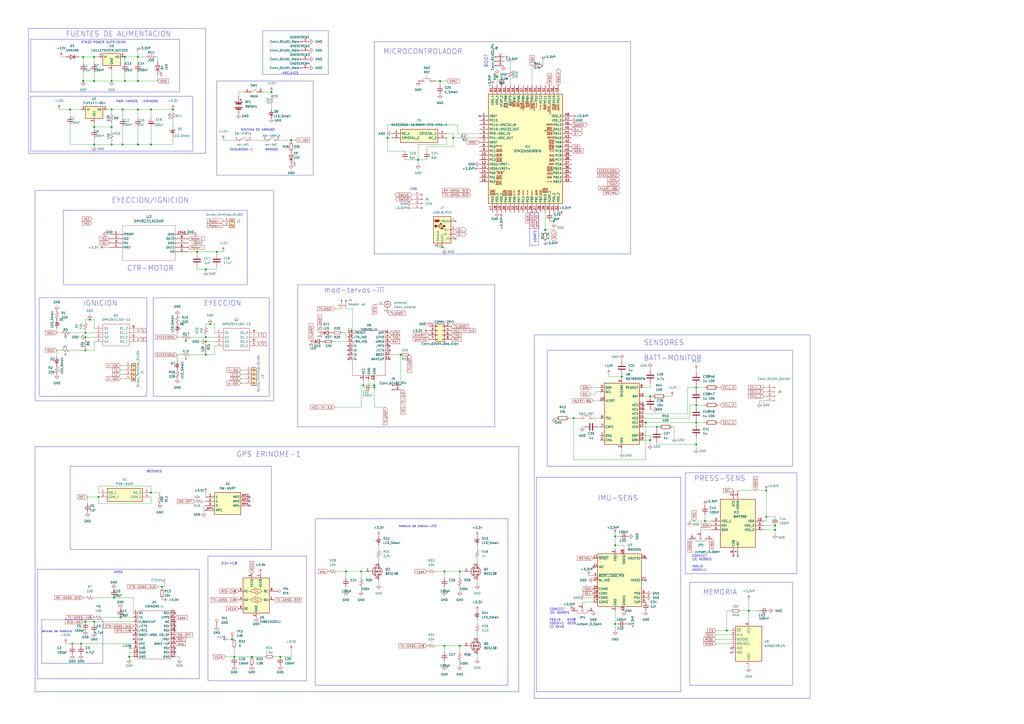
<source format=kicad_sch>
(kicad_sch (version 20230121) (generator eeschema)
  (paper "A2")
  (title_block (title "T.A.R.S.") (date "2023-11-13"))
  (junction (at 48.26 33.02))
  (junction (at 87.63 285.75))
  (junction (at 74.93 381))
  (junction (at 93.98 340.36))
  (junction (at 114.3 146.05))
  (junction (at 40.64 63.5))
  (junction (at 54.61 360.68))
  (junction (at 100.33 63.5))
  (junction (at 266.7 374.65))
  (junction (at 72.39 33.02))
  (junction (at 403.86 257.81))
  (junction (at 87.63 63.5))
  (junction (at 41.91 373.38))
  (junction (at 403.86 245.11))
  (junction (at 72.39 46.99))
  (junction (at 257.81 374.65))
  (junction (at 377.19 229.87))
  (junction (at 162.56 381))
  (junction (at 217.17 223.52))
  (junction (at 49.53 360.68))
  (junction (at 64.77 46.99))
  (junction (at 374.65 245.11))
  (junction (at 52.07 185.42))
  (junction (at 80.01 83.82))
  (junction (at 232.41 205.74))
  (junction (at 134.62 370.84))
  (junction (at 434.34 354.33))
  (junction (at 54.61 33.02))
  (junction (at 200.66 331.47))
  (junction (at 444.5 284.48))
  (junction (at 403.86 234.95))
  (junction (at 64.77 83.82))
  (junction (at 209.55 331.47))
  (junction (at 157.48 53.34))
  (junction (at 48.26 46.99))
  (junction (at 69.85 358.14))
  (junction (at 49.53 193.04))
  (junction (at 255.27 46.99))
  (junction (at 257.81 331.47))
  (junction (at 87.63 83.82))
  (junction (at 288.29 44.45))
  (junction (at 356.87 316.23))
  (junction (at 119.38 198.12))
  (junction (at 71.12 83.82))
  (junction (at 125.73 146.05))
  (junction (at 360.68 218.44))
  (junction (at 210.82 223.52))
  (junction (at 71.12 63.5))
  (junction (at 332.74 242.57))
  (junction (at 224.79 80.01))
  (junction (at 408.94 302.26))
  (junction (at 449.58 307.34))
  (junction (at 66.04 346.71))
  (junction (at 64.77 73.66))
  (junction (at 64.77 63.5))
  (junction (at 80.01 63.5))
  (junction (at 49.53 195.58))
  (junction (at 356.87 311.15))
  (junction (at 449.58 304.8))
  (junction (at 403.86 224.79))
  (junction (at 242.57 92.71))
  (junction (at 381 247.65))
  (junction (at 135.89 381))
  (junction (at 54.61 73.66))
  (junction (at 80.01 46.99))
  (junction (at 49.53 203.2))
  (junction (at 119.38 195.58))
  (junction (at 46.99 373.38))
  (junction (at 316.23 133.35))
  (junction (at 377.19 255.27))
  (junction (at 321.31 128.27))
  (junction (at 57.15 288.29))
  (junction (at 80.01 33.02))
  (junction (at 421.64 365.76))
  (junction (at 146.05 381))
  (junction (at 54.61 46.99))
  (junction (at 217.17 224.79))
  (junction (at 356.87 361.95))
  (junction (at 119.38 205.74))
  (junction (at 262.89 80.01))
  (junction (at 256.54 143.51))
  (junction (at 444.5 299.72))
  (junction (at 119.38 156.21))
  (junction (at 168.91 81.28))
  (junction (at 121.92 187.96))
  (junction (at 54.61 83.82))
  (junction (at 266.7 331.47))
  (no_connect (at 424.18 378.46))
  (no_connect (at 278.13 67.31))
  (no_connect (at 344.17 328.93))
  (no_connect (at 264.16 128.27))
  (no_connect (at 374.65 323.85))
  (no_connect (at 144.78 293.37))
  (no_connect (at 77.47 368.3))
  (no_connect (at 144.78 290.83))
  (no_connect (at 101.6 360.68))
  (no_connect (at 424.18 375.92))
  (no_connect (at 226.06 200.66))
  (no_connect (at 373.38 234.95))
  (no_connect (at 425.45 322.58))
  (no_connect (at 226.06 203.2))
  (no_connect (at 373.38 237.49))
  (no_connect (at 101.6 365.76))
  (no_connect (at 226.06 208.28))
  (no_connect (at 101.6 363.22))
  (no_connect (at 77.47 370.84))
  (no_connect (at 201.93 208.28))
  (no_connect (at 427.99 322.58))
  (no_connect (at 201.93 205.74))
  (no_connect (at 374.65 336.55))
  (no_connect (at 119.38 295.91))
  (no_connect (at 101.6 375.92))
  (no_connect (at 201.93 203.2))
  (no_connect (at 264.16 138.43))
  (no_connect (at 201.93 200.66))
  (no_connect (at 101.6 355.6))
  (no_connect (at 101.6 378.46))
  (no_connect (at 144.78 288.29))
  (wire (pts (xy 74.93 381) (xy 77.47 381)))
  (wire (pts (xy 194.31 179.07) (xy 198.12 179.07)))
  (wire (pts (xy 356.87 309.88) (xy 356.87 311.15)))
  (wire (pts (xy 321.31 242.57) (xy 322.58 242.57)))
  (wire (pts (xy 259.08 77.47) (xy 262.89 77.47)))
  (wire (pts (xy 226.06 205.74) (xy 232.41 205.74)))
  (wire (pts (xy 344.17 232.41) (xy 347.98 232.41)))
  (wire (pts (xy 54.61 33.02) (xy 54.61 36.83)))
  (wire (pts (xy 49.53 185.42) (xy 52.07 185.42)))
  (wire (pts (xy 87.63 63.5) (xy 100.33 63.5)))
  (wire (pts (xy 443.23 224.79) (xy 444.5 224.79)))
  (wire (pts (xy 398.78 224.79) (xy 403.86 224.79)))
  (wire (pts (xy 59.69 358.14) (xy 69.85 358.14)))
  (wire (pts (xy 308.61 38.1) (xy 309.88 38.1)))
  (wire (pts (xy 400.05 302.26) (xy 408.94 302.26)))
  (wire (pts (xy 378.46 237.49) (xy 377.19 237.49)))
  (wire (pts (xy 118.11 290.83) (xy 119.38 290.83)))
  (wire (pts (xy 72.39 36.83) (xy 72.39 33.02)))
  (wire (pts (xy 54.61 198.12) (xy 54.61 203.2)))
  (wire (pts (xy 224.79 80.01) (xy 227.33 80.01)))
  (wire (pts (xy 238.76 113.03) (xy 240.03 113.03)))
  (wire (pts (xy 356.87 311.15) (xy 359.41 311.15)))
  (wire (pts (xy 278.13 77.47) (xy 265.43 77.47)))
  (wire (pts (xy 353.06 218.44) (xy 360.68 218.44)))
  (wire (pts (xy 265.43 77.47) (xy 265.43 72.39)))
  (wire (pts (xy 168.91 381) (xy 162.56 381)))
  (wire (pts (xy 124.46 187.96) (xy 124.46 193.04)))
  (wire (pts (xy 259.08 83.82) (xy 242.57 83.82)))
  (wire (pts (xy 109.22 146.05) (xy 114.3 146.05)))
  (wire (pts (xy 254 143.51) (xy 256.54 143.51)))
  (wire (pts (xy 102.87 195.58) (xy 105.41 195.58)))
  (wire (pts (xy 93.98 347.98) (xy 93.98 346.71)))
  (wire (pts (xy 262.89 85.09) (xy 247.65 85.09)))
  (wire (pts (xy 200.66 179.07) (xy 204.47 179.07)))
  (wire (pts (xy 440.69 232.41) (xy 444.5 232.41)))
  (wire (pts (xy 415.29 370.84) (xy 424.18 370.84)))
  (wire (pts (xy 64.77 40.64) (xy 64.77 46.99)))
  (wire (pts (xy 119.38 293.37) (xy 118.11 293.37)))
  (wire (pts (xy 114.3 146.05) (xy 114.3 147.32)))
  (wire (pts (xy 443.23 304.8) (xy 449.58 304.8)))
  (wire (pts (xy 276.86 367.03) (xy 276.86 369.57)))
  (wire (pts (xy 80.01 73.66) (xy 80.01 83.82)))
  (wire (pts (xy 71.12 83.82) (xy 80.01 83.82)))
  (wire (pts (xy 391.16 247.65) (xy 389.89 247.65)))
  (wire (pts (xy 377.19 252.73) (xy 377.19 255.27)))
  (wire (pts (xy 360.68 217.17) (xy 360.68 218.44)))
  (wire (pts (xy 168.91 82.55) (xy 168.91 81.28)))
  (wire (pts (xy 104.14 381) (xy 104.14 382.27)))
  (wire (pts (xy 321.31 123.19) (xy 321.31 128.27)))
  (wire (pts (xy 434.34 387.35) (xy 434.34 386.08)))
  (wire (pts (xy 265.43 72.39) (xy 224.79 72.39)))
  (wire (pts (xy 74.93 381) (xy 74.93 382.27)))
  (wire (pts (xy 119.38 187.96) (xy 121.92 187.96)))
  (wire (pts (xy 257.81 143.51) (xy 256.54 143.51)))
  (wire (pts (xy 125.73 156.21) (xy 125.73 154.94)))
  (wire (pts (xy 80.01 63.5) (xy 87.63 63.5)))
  (wire (pts (xy 403.86 215.9) (xy 403.86 214.63)))
  (wire (pts (xy 415.29 365.76) (xy 421.64 365.76)))
  (wire (pts (xy 403.86 245.11) (xy 403.86 246.38)))
  (wire (pts (xy 139.7 219.71) (xy 142.24 219.71)))
  (wire (pts (xy 194.31 236.22) (xy 209.55 236.22)))
  (wire (pts (xy 403.86 223.52) (xy 403.86 224.79)))
  (wire (pts (xy 54.61 193.04) (xy 49.53 193.04)))
  (wire (pts (xy 374.65 266.7) (xy 332.74 266.7)))
  (wire (pts (xy 77.47 378.46) (xy 74.93 378.46)))
  (wire (pts (xy 408.94 298.45) (xy 408.94 302.26)))
  (wire (pts (xy 403.86 254) (xy 403.86 257.81)))
  (wire (pts (xy 114.3 156.21) (xy 119.38 156.21)))
  (wire (pts (xy 434.34 347.98) (xy 434.34 354.33)))
  (wire (pts (xy 48.26 33.02) (xy 48.26 36.83)))
  (wire (pts (xy 408.94 234.95) (xy 403.86 234.95)))
  (wire (pts (xy 276.86 316.23) (xy 276.86 318.77)))
  (wire (pts (xy 276.86 323.85) (xy 276.86 326.39)))
  (wire (pts (xy 72.39 41.91) (xy 72.39 46.99)))
  (wire (pts (xy 316.23 133.35) (xy 316.23 134.62)))
  (wire (pts (xy 266.7 374.65) (xy 269.24 374.65)))
  (wire (pts (xy 361.95 318.77) (xy 361.95 316.23)))
  (wire (pts (xy 124.46 195.58) (xy 119.38 195.58)))
  (wire (pts (xy 168.91 377.19) (xy 168.91 381)))
  (wire (pts (xy 80.01 30.48) (xy 80.01 33.02)))
  (wire (pts (xy 373.38 224.79) (xy 377.19 224.79)))
  (wire (pts (xy 57.15 281.94) (xy 87.63 281.94)))
  (wire (pts (xy 257.81 144.78) (xy 257.81 143.51)))
  (wire (pts (xy 427.99 284.48) (xy 444.5 284.48)))
  (wire (pts (xy 114.3 156.21) (xy 114.3 154.94)))
  (wire (pts (xy 119.38 285.75) (xy 119.38 288.29)))
  (wire (pts (xy 403.86 224.79) (xy 403.86 226.06)))
  (wire (pts (xy 403.86 234.95) (xy 403.86 236.22)))
  (wire (pts (xy 149.86 193.04) (xy 149.86 195.58)))
  (wire (pts (xy 252.73 46.99) (xy 255.27 46.99)))
  (wire (pts (xy 87.63 63.5) (xy 87.63 68.58)))
  (wire (pts (xy 100.33 83.82) (xy 87.63 83.82)))
  (wire (pts (xy 50.8 288.29) (xy 50.8 292.1)))
  (wire (pts (xy 72.39 46.99) (xy 80.01 46.99)))
  (wire (pts (xy 91.44 340.36) (xy 93.98 340.36)))
  (wire (pts (xy 247.65 85.09) (xy 247.65 87.63)))
  (wire (pts (xy 255.27 46.99) (xy 255.27 49.53)))
  (wire (pts (xy 346.71 247.65) (xy 347.98 247.65)))
  (wire (pts (xy 110.49 195.58) (xy 119.38 195.58)))
  (wire (pts (xy 69.85 214.63) (xy 72.39 214.63)))
  (wire (pts (xy 217.17 223.52) (xy 217.17 220.345)))
  (wire (pts (xy 87.63 285.75) (xy 92.71 285.75)))
  (wire (pts (xy 54.61 33.02) (xy 57.15 33.02)))
  (wire (pts (xy 262.89 77.47) (xy 262.89 80.01)))
  (wire (pts (xy 87.63 281.94) (xy 87.63 285.75)))
  (wire (pts (xy 217.17 224.79) (xy 217.17 223.52)))
  (wire (pts (xy 54.61 73.66) (xy 54.61 74.93)))
  (wire (pts (xy 119.38 156.21) (xy 125.73 156.21)))
  (wire (pts (xy 400.05 234.95) (xy 403.86 234.95)))
  (wire (pts (xy 74.93 378.46) (xy 74.93 381)))
  (wire (pts (xy 416.56 224.79) (xy 417.83 224.79)))
  (wire (pts (xy 398.78 240.03) (xy 398.78 224.79)))
  (wire (pts (xy 444.5 284.48) (xy 444.5 299.72)))
  (wire (pts (xy 345.44 228.6) (xy 342.9 228.6)))
  (wire (pts (xy 345.44 227.33) (xy 345.44 228.6)))
  (wire (pts (xy 72.39 46.99) (xy 64.77 46.99)))
  (wire (pts (xy 314.96 35.56) (xy 314.96 38.1)))
  (wire (pts (xy 266.7 374.65) (xy 266.7 378.46)))
  (wire (pts (xy 360.68 218.44) (xy 360.68 219.71)))
  (wire (pts (xy 224.79 72.39) (xy 224.79 80.01)))
  (wire (pts (xy 321.31 133.35) (xy 316.23 133.35)))
  (wire (pts (xy 168.91 81.28) (xy 171.45 81.28)))
  (wire (pts (xy 217.17 176.53) (xy 219.71 176.53)))
  (wire (pts (xy 381 257.81) (xy 403.86 257.81)))
  (wire (pts (xy 223.52 236.22) (xy 217.17 236.22)))
  (wire (pts (xy 276.86 336.55) (xy 276.86 339.09)))
  (wire (pts (xy 381 247.65) (xy 382.27 247.65)))
  (wire (pts (xy 232.41 205.74) (xy 232.41 223.52)))
  (wire (pts (xy 80.01 41.91) (xy 80.01 46.99)))
  (wire (pts (xy 416.56 234.95) (xy 417.83 234.95)))
  (wire (pts (xy 40.64 203.2) (xy 49.53 203.2)))
  (wire (pts (xy 87.63 73.66) (xy 87.63 83.82)))
  (wire (pts (xy 377.19 224.79) (xy 377.19 222.25)))
  (wire (pts (xy 71.12 73.66) (xy 71.12 83.82)))
  (wire (pts (xy 54.61 73.66) (xy 64.77 73.66)))
  (wire (pts (xy 109.22 140.97) (xy 111.76 140.97)))
  (wire (pts (xy 391.16 254) (xy 391.16 247.65)))
  (wire (pts (xy 213.995 223.52) (xy 213.995 220.345)))
  (wire (pts (xy 316.23 123.19) (xy 316.23 133.35)))
  (wire (pts (xy 49.53 185.42) (xy 49.53 186.69)))
  (wire (pts (xy 408.94 224.79) (xy 403.86 224.79)))
  (wire (pts (xy 149.86 198.12) (xy 149.86 200.66)))
  (wire (pts (xy 444.5 302.26) (xy 443.23 302.26)))
  (wire (pts (xy 49.53 360.68) (xy 54.61 360.68)))
  (wire (pts (xy 41.91 373.38) (xy 46.99 373.38)))
  (wire (pts (xy 408.94 302.26) (xy 412.75 302.26)))
  (wire (pts (xy 195.58 331.47) (xy 200.66 331.47)))
  (wire (pts (xy 69.85 217.17) (xy 72.39 217.17)))
  (wire (pts (xy 210.82 220.345) (xy 210.82 223.52)))
  (wire (pts (xy 443.23 229.87) (xy 444.5 229.87)))
  (wire (pts (xy 80.01 83.82) (xy 87.63 83.82)))
  (wire (pts (xy 252.73 374.65) (xy 257.81 374.65)))
  (wire (pts (xy 200.66 331.47) (xy 209.55 331.47)))
  (wire (pts (xy 100.33 69.85) (xy 100.33 73.66)))
  (wire (pts (xy 449.58 307.34) (xy 449.58 309.88)))
  (wire (pts (xy 377.19 229.87) (xy 378.46 229.87)))
  (wire (pts (xy 119.38 156.21) (xy 119.38 157.48)))
  (wire (pts (xy 64.77 71.12) (xy 64.77 73.66)))
  (wire (pts (xy 119.38 195.58) (xy 119.38 194.31)))
  (wire (pts (xy 377.19 213.36) (xy 377.19 214.63)))
  (wire (pts (xy 54.61 361.95) (xy 54.61 360.68)))
  (wire (pts (xy 100.33 78.74) (xy 100.33 83.82)))
  (wire (pts (xy 266.7 331.47) (xy 269.24 331.47)))
  (wire (pts (xy 41.91 374.65) (xy 41.91 373.38)))
  (wire (pts (xy 45.72 33.02) (xy 48.26 33.02)))
  (wire (pts (xy 139.7 222.25) (xy 142.24 222.25)))
  (wire (pts (xy 449.58 307.34) (xy 449.58 304.8)))
  (wire (pts (xy 257.81 340.36) (xy 257.81 342.9)))
  (wire (pts (xy 40.64 63.5) (xy 40.64 67.31)))
  (wire (pts (xy 60.96 143.51) (xy 63.5 143.51)))
  (wire (pts (xy 49.53 196.85) (xy 49.53 195.58)))
  (wire (pts (xy 421.64 365.76) (xy 424.18 365.76)))
  (wire (pts (xy 48.26 41.91) (xy 48.26 46.99)))
  (wire (pts (xy 80.01 63.5) (xy 80.01 68.58)))
  (wire (pts (xy 257.81 374.65) (xy 257.81 378.46)))
  (wire (pts (xy 443.23 307.34) (xy 449.58 307.34)))
  (wire (pts (xy 234.95 92.71) (xy 242.57 92.71)))
  (wire (pts (xy 403.86 233.68) (xy 403.86 234.95)))
  (wire (pts (xy 347.98 227.33) (xy 345.44 227.33)))
  (wire (pts (xy 118.11 293.37) (xy 118.11 297.18)))
  (wire (pts (xy 157.48 60.96) (xy 157.48 63.5)))
  (wire (pts (xy 46.99 373.38) (xy 46.99 374.65)))
  (wire (pts (xy 266.7 340.36) (xy 266.7 342.9)))
  (wire (pts (xy 132.08 370.84) (xy 134.62 370.84)))
  (wire (pts (xy 252.73 331.47) (xy 257.81 331.47)))
  (wire (pts (xy 102.87 205.74) (xy 102.87 209.55)))
  (wire (pts (xy 403.86 243.84) (xy 403.86 245.11)))
  (wire (pts (xy 124.46 205.74) (xy 119.38 205.74)))
  (wire (pts (xy 54.61 346.71) (xy 66.04 346.71)))
  (wire (pts (xy 337.82 247.65) (xy 339.09 247.65)))
  (wire (pts (xy 54.61 83.82) (xy 54.61 85.09)))
  (wire (pts (xy 54.61 185.42) (xy 54.61 190.5)))
  (wire (pts (xy 80.01 195.58) (xy 80.01 198.12)))
  (wire (pts (xy 48.26 346.71) (xy 49.53 346.71)))
  (wire (pts (xy 219.71 323.85) (xy 219.71 326.39)))
  (wire (pts (xy 119.38 199.39) (xy 119.38 198.12)))
  (wire (pts (xy 341.63 334.01) (xy 344.17 334.01)))
  (wire (pts (xy 356.87 361.95) (xy 356.87 365.76)))
  (wire (pts (xy 215.9 224.79) (xy 217.17 224.79)))
  (wire (pts (xy 129.54 81.28) (xy 135.89 81.28)))
  (wire (pts (xy 209.55 331.47) (xy 209.55 335.28)))
  (wire (pts (xy 146.05 81.28) (xy 152.4 81.28)))
  (wire (pts (xy 373.38 255.27) (xy 377.19 255.27)))
  (wire (pts (xy 421.64 354.33) (xy 424.18 354.33)))
  (wire (pts (xy 356.87 361.95) (xy 358.14 361.95)))
  (wire (pts (xy 102.87 193.04) (xy 102.87 195.58)))
  (wire (pts (xy 339.09 346.71) (xy 344.17 346.71)))
  (wire (pts (xy 110.49 205.74) (xy 119.38 205.74)))
  (wire (pts (xy 101.6 381) (xy 104.14 381)))
  (wire (pts (xy 198.12 193.04) (xy 200.66 193.04)))
  (wire (pts (xy 255.27 46.99) (xy 259.08 46.99)))
  (wire (pts (xy 100.33 64.77) (xy 100.33 63.5)))
  (wire (pts (xy 124.46 200.66) (xy 124.46 205.74)))
  (wire (pts (xy 135.89 375.92) (xy 135.89 381)))
  (wire (pts (xy 330.2 242.57) (xy 332.74 242.57)))
  (wire (pts (xy 381 256.54) (xy 381 257.81)))
  (wire (pts (xy 381 248.92) (xy 381 247.65)))
  (wire (pts (xy 295.91 45.72) (xy 295.91 49.53)))
  (wire (pts (xy 224.79 80.01) (xy 224.79 87.63)))
  (wire (pts (xy 40.64 193.04) (xy 49.53 193.04)))
  (wire (pts (xy 62.23 135.89) (xy 63.5 135.89)))
  (wire (pts (xy 69.85 358.14) (xy 77.47 358.14)))
  (wire (pts (xy 406.4 307.34) (xy 412.75 307.34)))
  (wire (pts (xy 318.77 128.27) (xy 321.31 128.27)))
  (wire (pts (xy 138.43 53.34) (xy 138.43 55.88)))
  (wire (pts (xy 35.56 33.02) (xy 38.1 33.02)))
  (wire (pts (xy 49.53 203.2) (xy 49.53 201.93)))
  (wire (pts (xy 125.73 146.05) (xy 125.73 147.32)))
  (wire (pts (xy 91.44 43.18) (xy 91.44 46.99)))
  (wire (pts (xy 342.9 224.79) (xy 347.98 224.79)))
  (wire (pts (xy 266.7 383.54) (xy 266.7 386.08)))
  (wire (pts (xy 95.25 340.36) (xy 93.98 340.36)))
  (wire (pts (xy 204.47 190.5) (xy 201.93 190.5)))
  (wire (pts (xy 71.12 83.82) (xy 64.77 83.82)))
  (wire (pts (xy 71.12 63.5) (xy 80.01 63.5)))
  (wire (pts (xy 332.74 266.7) (xy 332.74 242.57)))
  (wire (pts (xy 48.26 46.99) (xy 54.61 46.99)))
  (wire (pts (xy 443.23 227.33) (xy 444.5 227.33)))
  (wire (pts (xy 119.38 205.74) (xy 119.38 204.47)))
  (wire (pts (xy 80.01 36.83) (xy 80.01 33.02)))
  (wire (pts (xy 114.3 146.05) (xy 125.73 146.05)))
  (wire (pts (xy 49.53 195.58) (xy 54.61 195.58)))
  (wire (pts (xy 337.82 349.25) (xy 337.82 350.52)))
  (wire (pts (xy 434.34 354.33) (xy 434.34 360.68)))
  (wire (pts (xy 158.75 381) (xy 162.56 381)))
  (wire (pts (xy 242.57 92.71) (xy 247.65 92.71)))
  (wire (pts (xy 95.25 336.55) (xy 95.25 340.36)))
  (wire (pts (xy 257.81 374.65) (xy 266.7 374.65)))
  (wire (pts (xy 288.29 43.18) (xy 288.29 44.45)))
  (wire (pts (xy 238.76 118.11) (xy 240.03 118.11)))
  (wire (pts (xy 421.64 354.33) (xy 421.64 365.76)))
  (wire (pts (xy 66.04 346.71) (xy 77.47 346.71)))
  (wire (pts (xy 373.38 252.73) (xy 377.19 252.73)))
  (wire (pts (xy 33.02 193.04) (xy 35.56 193.04)))
  (wire (pts (xy 440.69 233.68) (xy 440.69 232.41)))
  (wire (pts (xy 200.66 193.04) (xy 200.66 195.58)))
  (wire (pts (xy 34.29 63.5) (xy 40.64 63.5)))
  (wire (pts (xy 72.39 33.02) (xy 80.01 33.02)))
  (wire (pts (xy 345.44 242.57) (xy 347.98 242.57)))
  (wire (pts (xy 33.02 203.2) (xy 33.02 207.01)))
  (wire (pts (xy 356.87 354.33) (xy 356.87 361.95)))
  (wire (pts (xy 288.29 44.45) (xy 290.83 44.45)))
  (wire (pts (xy 193.04 198.12) (xy 201.93 198.12)))
  (wire (pts (xy 440.69 354.33) (xy 434.34 354.33)))
  (wire (pts (xy 69.85 212.09) (xy 72.39 212.09)))
  (wire (pts (xy 57.15 292.1) (xy 87.63 292.1)))
  (wire (pts (xy 217.17 224.79) (xy 217.17 236.22)))
  (wire (pts (xy 201.93 190.5) (xy 201.93 193.04)))
  (wire (pts (xy 344.17 349.25) (xy 337.82 349.25)))
  (wire (pts (xy 146.05 381) (xy 153.67 381)))
  (wire (pts (xy 415.29 368.3) (xy 424.18 368.3)))
  (wire (pts (xy 40.64 63.5) (xy 46.99 63.5)))
  (wire (pts (xy 266.7 331.47) (xy 266.7 335.28)))
  (wire (pts (xy 373.38 240.03) (xy 398.78 240.03)))
  (wire (pts (xy 373.38 247.65) (xy 381 247.65)))
  (wire (pts (xy 308.61 38.1) (xy 308.61 49.53)))
  (wire (pts (xy 377.19 255.27) (xy 377.19 257.81)))
  (wire (pts (xy 130.81 381) (xy 135.89 381)))
  (wire (pts (xy 224.79 87.63) (xy 234.95 87.63)))
  (wire (pts (xy 49.53 193.04) (xy 49.53 191.77)))
  (wire (pts (xy 57.15 292.1) (xy 57.15 288.29)))
  (wire (pts (xy 135.89 381) (xy 146.05 381)))
  (wire (pts (xy 33.02 190.5) (xy 33.02 193.04)))
  (wire (pts (xy 40.64 83.82) (xy 54.61 83.82)))
  (wire (pts (xy 35.56 203.2) (xy 33.02 203.2)))
  (wire (pts (xy 217.17 223.52) (xy 213.995 223.52)))
  (wire (pts (xy 91.44 33.02) (xy 91.44 35.56)))
  (wire (pts (xy 134.62 370.84) (xy 135.89 370.84)))
  (wire (pts (xy 361.95 316.23) (xy 356.87 316.23)))
  (wire (pts (xy 295.91 35.56) (xy 292.1 35.56)))
  (wire (pts (xy 54.61 71.12) (xy 54.61 73.66)))
  (wire (pts (xy 87.63 292.1) (xy 87.63 288.29)))
  (wire (pts (xy 444.5 299.72) (xy 444.5 302.26)))
  (wire (pts (xy 238.76 120.65) (xy 240.03 120.65)))
  (wire (pts (xy 80.01 46.99) (xy 91.44 46.99)))
  (wire (pts (xy 233.68 226.06) (xy 232.41 226.06)))
  (wire (pts (xy 209.55 331.47) (xy 212.09 331.47)))
  (wire (pts (xy 157.48 53.34) (xy 157.48 55.88)))
  (wire (pts (xy 295.91 35.56) (xy 295.91 40.64)))
  (wire (pts (xy 54.61 46.99) (xy 64.77 46.99)))
  (wire (pts (xy 93.98 340.36) (xy 93.98 341.63)))
  (wire (pts (xy 262.89 80.01) (xy 266.7 80.01)))
  (wire (pts (xy 46.99 373.38) (xy 77.47 373.38)))
  (wire (pts (xy 64.77 63.5) (xy 71.12 63.5)))
  (wire (pts (xy 373.38 229.87) (xy 377.19 229.87)))
  (wire (pts (xy 374.65 245.11) (xy 403.86 245.11)))
  (wire (pts (xy 209.55 340.36) (xy 209.55 342.9)))
  (wire (pts (xy 200.66 331.47) (xy 200.66 335.28)))
  (wire (pts (xy 242.57 92.71) (xy 242.57 95.25)))
  (wire (pts (xy 332.74 242.57) (xy 335.28 242.57)))
  (wire (pts (xy 259.08 80.01) (xy 259.08 83.82)))
  (wire (pts (xy 257.81 331.47) (xy 266.7 331.47)))
  (wire (pts (xy 242.57 83.82) (xy 242.57 92.71)))
  (wire (pts (xy 257.81 383.54) (xy 257.81 386.08)))
  (wire (pts (xy 109.22 135.89) (xy 111.76 135.89)))
  (wire (pts (xy 54.61 360.68) (xy 77.47 360.68)))
  (wire (pts (xy 152.4 53.34) (xy 157.48 53.34)))
  (wire (pts (xy 48.26 360.68) (xy 49.53 360.68)))
  (wire (pts (xy 40.64 72.39) (xy 40.64 83.82)))
  (wire (pts (xy 209.55 236.22) (xy 209.55 223.52)))
  (wire (pts (xy 400.05 242.57) (xy 400.05 234.95)))
  (wire (pts (xy 52.07 185.42) (xy 54.61 185.42)))
  (wire (pts (xy 119.38 198.12) (xy 124.46 198.12)))
  (wire (pts (xy 416.56 245.11) (xy 417.83 245.11)))
  (wire (pts (xy 162.56 81.28) (xy 168.91 81.28)))
  (wire (pts (xy 276.86 359.41) (xy 276.86 361.95)))
  (wire (pts (xy 257.81 331.47) (xy 257.81 335.28)))
  (wire (pts (xy 54.61 203.2) (xy 49.53 203.2)))
  (wire (pts (xy 262.89 80.01) (xy 262.89 85.09)))
  (wire (pts (xy 386.08 229.87) (xy 389.89 229.87)))
  (wire (pts (xy 276.86 379.73) (xy 276.86 382.27)))
  (wire (pts (xy 125.73 146.05) (xy 129.54 146.05)))
  (wire (pts (xy 429.26 354.33) (xy 434.34 354.33)))
  (wire (pts (xy 64.77 83.82) (xy 54.61 83.82)))
  (wire (pts (xy 139.7 214.63) (xy 142.24 214.63)))
  (wire (pts (xy 210.82 223.52) (xy 210.82 224.79)))
  (wire (pts (xy 139.7 217.17) (xy 142.24 217.17)))
  (wire (pts (xy 360.68 260.35) (xy 360.68 262.89)))
  (wire (pts (xy 403.86 257.81) (xy 403.86 260.35)))
  (wire (pts (xy 271.78 80.01) (xy 278.13 80.01)))
  (wire (pts (xy 219.71 316.23) (xy 219.71 318.77)))
  (wire (pts (xy 57.15 281.94) (xy 57.15 285.75)))
  (wire (pts (xy 373.38 242.57) (xy 400.05 242.57)))
  (wire (pts (xy 54.61 80.01) (xy 54.61 83.82)))
  (wire (pts (xy 415.29 373.38) (xy 424.18 373.38)))
  (wire (pts (xy 406.4 308.61) (xy 406.4 307.34)))
  (wire (pts (xy 219.71 336.55) (xy 219.71 339.09)))
  (wire (pts (xy 50.8 288.29) (xy 57.15 288.29)))
  (wire (pts (xy 356.87 311.15) (xy 356.87 316.23)))
  (wire (pts (xy 48.26 33.02) (xy 54.61 33.02)))
  (wire (pts (xy 403.86 245.11) (xy 408.94 245.11)))
  (wire (pts (xy 353.06 218.44) (xy 353.06 217.17)))
  (wire (pts (xy 69.85 219.71) (xy 72.39 219.71)))
  (wire (pts (xy 119.38 187.96) (xy 119.38 189.23)))
  (wire (pts (xy 321.31 128.27) (xy 321.31 129.54)))
  (wire (pts (xy 360.68 208.28) (xy 360.68 209.55)))
  (wire (pts (xy 373.38 245.11) (xy 374.65 245.11)))
  (wire (pts (xy 92.71 287.02) (xy 92.71 285.75)))
  (wire (pts (xy 62.23 63.5) (xy 64.77 63.5)))
  (wire (pts (xy 77.47 346.71) (xy 77.47 355.6)))
  (wire (pts (xy 105.41 205.74) (xy 102.87 205.74)))
  (wire (pts (xy 64.77 63.5) (xy 64.77 66.04)))
  (wire (pts (xy 142.24 53.34) (xy 138.43 53.34)))
  (wire (pts (xy 80.01 190.5) (xy 80.01 193.04)))
  (wire (pts (xy 54.61 41.91) (xy 54.61 46.99)))
  (wire (pts (xy 238.76 115.57) (xy 240.03 115.57)))
  (wire (pts (xy 38.1 373.38) (xy 41.91 373.38)))
  (wire (pts (xy 80.01 33.02) (xy 85.09 33.02)))
  (wire (pts (xy 288.29 44.45) (xy 288.29 49.53)))
  (wire (pts (xy 204.47 179.07) (xy 204.47 190.5)))
  (wire (pts (xy 200.66 340.36) (xy 200.66 342.9)))
  (wire (pts (xy 444.5 299.72) (xy 449.58 299.72)))
  (wire (pts (xy 64.77 73.66) (xy 64.77 76.2)))
  (wire (pts (xy 374.65 245.11) (xy 374.65 266.7)))
  (wire (pts (xy 356.87 316.23) (xy 356.87 318.77)))
  (wire (pts (xy 90.17 33.02) (xy 91.44 33.02)))
  (wire (pts (xy 64.77 81.28) (xy 64.77 83.82)))
  (wire (pts (xy 209.55 223.52) (xy 210.82 223.52)))
  (wire (pts (xy 121.92 187.96) (xy 124.46 187.96)))
  (wire (pts (xy 200.66 195.58) (xy 201.93 195.58)))
  (wire (pts (xy 71.12 63.5) (xy 71.12 68.58)))
  (rectangle (start 125.73 46.99) (end 181.61 101.6))
  (rectangle (start 20.32 110.49) (end 158.75 232.41))
  (rectangle (start 120.65 322.58) (end 177.8 394.97))
  (rectangle (start 21.59 330.2) (end 115.57 393.7))
  (rectangle (start 317.5 203.2) (end 459.74 270.51))
  (rectangle (start 217.17 24.13) (end 365.76 147.32))
  (rectangle (start 20.32 259.08) (end 300.99 401.32))
  (rectangle (start 40.64 270.51) (end 157.48 318.77))
  (rectangle (start 17.78 55.88) (end 111.76 87.63))
  (rectangle (start 397.51 274.32) (end 462.28 332.74))
  (rectangle (start 172.72 165.1) (end 287.02 247.65))
  (rectangle (start 400.05 337.82) (end 459.74 397.51))
  (rectangle (start 16.51 16.51) (end 119.38 88.9))
  (rectangle (start 152.4 17.78) (end 190.5 43.18))
  (rectangle (start 311.15 276.86) (end 394.97 401.32))
  (rectangle (start 36.83 121.92) (end 143.51 165.1))
  (rectangle (start 309.88 194.31) (end 469.9 405.13))
  (rectangle (start 22.86 172.72) (end 85.09 229.87))
  (rectangle (start 17.78 22.86) (end 104.14 53.34))
  (rectangle (start 24.13 359.41) (end 59.69 384.81))
  (rectangle (start 182.88 300.99) (end 294.64 397.51))
  (rectangle (start 307.34 123.19) (end 312.42 142.24))
  (rectangle (start 88.9 172.72) (end 156.21 229.87))
  (text "MEMORIA" (at 407.67 345.44 0) (effects (font (size 3 3)) (justify left bottom)))
  (text "BOTONES" (at 85.09 274.32 0) (effects (font (size 1.27 1.27)) (justify left bottom)))
  (text "ARMADO" (at 153.67 87.63 0) (effects (font (size 1.27 1.27)) (justify left bottom)))
  (text "BATT-MONITOR" (at 373.38 209.55 0) (effects (font (size 3 3)) (justify left bottom)))
  (text "EYECCION" (at 118.11 177.8 0) (effects (font (size 3 3)) (justify left bottom)))
  (text "CONECCT\nI2C ADDRES\n\nVSS=0    0X28\nVDDIO=1  0X29\nZZ 0X40" (at 318.77 364.49 0) (effects (font (size 1.27 1.27)) (justify left bottom)))
  (text "CTR-MOTOR" (at 73.66 157.48 0) (effects (font (size 3 3)) (justify left bottom)))
  (text "SENSORES" (at 373.38 200.66 0) (effects (font (size 3 3)) (justify left bottom)))
  (text "BOOT" (at 283.21 39.37 90) (effects (font (size 2 2)) (justify left bottom)))
  (text "IMU-SENS" (at 346.71 290.83 0) (effects (font (size 3 3)) (justify left bottom)))
  (text "PWR-TARVOS	/ERINOME\n" (at 67.31 59.69 0) (effects (font (size 1.27 1.27)) (justify left bottom)))
  (text "IGNICION" (at 48.26 177.8 0) (effects (font (size 3 3)) (justify left bottom)))
  (text "SISTEMA DE ARMADO" (at 139.7 76.2 0) (effects (font (size 1.27 1.27)) (justify left bottom)))
  (text "ANCLAJES" (at 163.83 43.18 0) (effects (font (size 1.27 1.27)) (justify left bottom)))
  (text "sercas de modulo" (at 24.13 367.03 0) (effects (font (size 1.27 1.27)) (justify left bottom)))
  (text "CONECCT\nI2C ADDRES\n\nVSS=0\nVDDIO=1" (at 401.32 331.47 0) (effects (font (size 1.27 1.27)) (justify left bottom)))
  (text "MICROCONTROLADOR" (at 222.25 31.75 0) (effects (font (size 3 3)) (justify left bottom)))
  (text "STM32 POWER SUPP/SENS" (at 46.99 25.4 0) (effects (font (size 1.27 1.27)) (justify left bottom)))
  (text "GNSS\n" (at 66.04 332.74 0) (effects (font (size 1.27 1.27)) (justify left bottom)))
  (text "PRESS-SENS" (at 402.59 279.4 0) (effects (font (size 3 3)) (justify left bottom)))
  (text "JTAG\n" (at 237.49 110.49 0) (effects (font (size 1.27 1.27)) (justify left bottom)))
  (text "SEGURIDAD-1" (at 133.35 87.63 0) (effects (font (size 1.27 1.27)) (justify left bottom)))
  (text "GPS ERINOME-1" (at 137.16 265.43 0) (effects (font (size 3 3)) (justify left bottom)))
  (text "mod-tarvos-iii" (at 187.96 170.18 0) (effects (font (size 3 3)) (justify left bottom)))
  (text "modulo de status-LED" (at 231.14 306.07 0) (effects (font (size 1.27 1.27)) (justify left bottom)))
  (text "EYECCION/IGNICION" (at 64.77 118.11 0) (effects (font (size 3 3)) (justify left bottom)))
  (text "FUENTES DE ALIMENTACION" (at 38.1 21.59 0) (effects (font (size 3 3)) (justify left bottom)))
  (text "USART2" (at 311.15 140.97 90) (effects (font (size 1.27 1.27)) (justify left bottom)))
  (text "3.3<>1.8" (at 128.27 327.66 0) (effects (font (size 1.27 1.27)) (justify left bottom)))
  (global_label "Motor+" (shape input) (at 109.22 138.43 0) (property "Intersheetrefs" "${INTERSHEET_REFS}" (effects hide)))
  (global_label "CELL_1" (shape input) (at 417.83 245.11 0) (property "Intersheetrefs" "${INTERSHEET_REFS}" (effects hide)))
  (global_label "V-IGN" (shape input) (at 69.85 219.71 180) (property "Intersheetrefs" "${INTERSHEET_REFS}" (effects hide)) (property "Referencias entre hojas" "${INTERSHEET_REFS}" (effects hide)))
  (global_label "MISO" (shape input) (at 318.77 49.53 90) (property "Intersheetrefs" "${INTERSHEET_REFS}" (effects hide)))
  (global_label "D+" (shape bidirectional) (at 331.47 74.93 0) (property "Intersheetrefs" "${INTERSHEET_REFS}" (effects hide)))
  (global_label "Motor+" (shape input) (at 129.54 130.81 180) (property "Intersheetrefs" "${INTERSHEET_REFS}" (effects hide)))
  (global_label "ALERT-BQ" (shape input) (at 344.17 232.41 180) (property "Intersheetrefs" "${INTERSHEET_REFS}" (effects hide)))
  (global_label "EY1" (shape input) (at 139.7 217.17 180) (property "Intersheetrefs" "${INTERSHEET_REFS}" (effects hide)))
  (global_label "VSS" (shape input) (at 402.59 302.26 90) (property "Intersheetrefs" "${INTERSHEET_REFS}" (effects hide)))
  (global_label "RTS-1V8" (shape input) (at 138.43 342.9 180) (property "Intersheetrefs" "${INTERSHEET_REFS}" (effects hide)))
  (global_label "V-IGN" (shape input) (at 69.85 212.09 180) (property "Intersheetrefs" "${INTERSHEET_REFS}" (effects hide)) (property "Referencias entre hojas" "${INTERSHEET_REFS}" (effects hide)))
  (global_label "VCCA" (shape input) (at 130.81 381 180) (property "Intersheetrefs" "${INTERSHEET_REFS}" (effects hide)))
  (global_label "RSTIMU" (shape input) (at 344.17 323.85 180) (property "Intersheetrefs" "${INTERSHEET_REFS}" (effects hide)))
  (global_label "IGN1" (shape input) (at 33.02 193.04 180) (property "Intersheetrefs" "${INTERSHEET_REFS}" (effects hide)))
  (global_label "SCK" (shape input) (at 415.29 368.3 180) (property "Intersheetrefs" "${INTERSHEET_REFS}" (effects hide)))
  (global_label "TV_GNDT" (shape input) (at 194.31 179.07 180) (property "Intersheetrefs" "${INTERSHEET_REFS}" (effects hide)) (property "Referencias entre hojas" "${INTERSHEET_REFS}" (effects hide)))
  (global_label "V-IGN" (shape input) (at 139.7 222.25 180) (property "Intersheetrefs" "${INTERSHEET_REFS}" (effects hide)) (property "Referencias entre hojas" "${INTERSHEET_REFS}" (effects hide)))
  (global_label "SDA" (shape input) (at 344.17 341.63 180) (property "Intersheetrefs" "${INTERSHEET_REFS}" (effects hide)))
  (global_label "TX-GNSS-3V3" (shape input) (at 158.75 347.98 0) (property "Intersheetrefs" "${INTERSHEET_REFS}" (effects hide)))
  (global_label "RXT" (shape input) (at 226.06 198.12 0) (property "Intersheetrefs" "${INTERSHEET_REFS}" (effects hide)))
  (global_label "IN1" (shape input) (at 63.5 140.97 180) (property "Intersheetrefs" "${INTERSHEET_REFS}" (effects hide)))
  (global_label "T2" (shape input) (at 149.86 199.39 0) (property "Intersheetrefs" "${INTERSHEET_REFS}" (effects hide)))
  (global_label "VCC-TV-3.3" (shape input) (at 233.68 226.06 270) (property "Intersheetrefs" "${INTERSHEET_REFS}" (effects hide)) (property "Referencias entre hojas" "${INTERSHEET_REFS}" (effects hide)))
  (global_label "RST" (shape input) (at 101.6 370.84 0) (property "Intersheetrefs" "${INTERSHEET_REFS}" (effects hide)))
  (global_label "MISO" (shape input) (at 415.29 373.38 180) (property "Intersheetrefs" "${INTERSHEET_REFS}" (effects hide)))
  (global_label "VCCA" (shape input) (at 146.05 332.74 90) (property "Intersheetrefs" "${INTERSHEET_REFS}" (effects hide)))
  (global_label "ON-OFF" (shape input) (at 113.03 290.83 180) (property "Intersheetrefs" "${INTERSHEET_REFS}" (effects hide)))
  (global_label "EYECCION1" (shape input) (at 359.41 99.06 180) (property "Intersheetrefs" "${INTERSHEET_REFS}" (effects hide)))
  (global_label "NRST" (shape input) (at 278.13 82.55 180) (property "Intersheetrefs" "${INTERSHEET_REFS}" (effects hide)))
  (global_label "TXD" (shape input) (at 226.06 195.58 0) (property "Intersheetrefs" "${INTERSHEET_REFS}" (effects hide)))
  (global_label "SCL" (shape input) (at 344.17 344.17 180) (property "Intersheetrefs" "${INTERSHEET_REFS}" (effects hide)))
  (global_label "Motor-" (shape input) (at 109.22 143.51 0) (property "Intersheetrefs" "${INTERSHEET_REFS}" (effects hide)))
  (global_label "T2" (shape input) (at 80.01 196.85 0) (property "Intersheetrefs" "${INTERSHEET_REFS}" (effects hide)))
  (global_label "V-IGN" (shape input) (at 139.7 214.63 180) (property "Intersheetrefs" "${INTERSHEET_REFS}" (effects hide)) (property "Referencias entre hojas" "${INTERSHEET_REFS}" (effects hide)))
  (global_label "TX-GNSS-1V8" (shape input) (at 138.43 347.98 180) (property "Intersheetrefs" "${INTERSHEET_REFS}" (effects hide)))
  (global_label "EYECCION1" (shape input) (at 102.87 195.58 180) (property "Intersheetrefs" "${INTERSHEET_REFS}" (effects hide)))
  (global_label "RX-GNSS-3V3" (shape input) (at 48.26 346.71 180) (property "Intersheetrefs" "${INTERSHEET_REFS}" (effects hide)))
  (global_label "TX-GNSS-1V8" (shape input) (at 247.65 374.65 180) (property "Intersheetrefs" "${INTERSHEET_REFS}" (effects hide)))
  (global_label "D-" (shape bidirectional) (at 264.16 135.89 0) (property "Intersheetrefs" "${INTERSHEET_REFS}" (effects hide)))
  (global_label "VDDIO" (shape input) (at 438.15 284.48 90) (property "Intersheetrefs" "${INTERSHEET_REFS}" (effects hide)))
  (global_label "CELL_1" (shape input) (at 443.23 229.87 180) (property "Intersheetrefs" "${INTERSHEET_REFS}" (effects hide)))
  (global_label "TV_GNDT" (shape input) (at 224.79 181.61 0) (property "Intersheetrefs" "${INTERSHEET_REFS}" (effects hide)) (property "Referencias entre hojas" "${INTERSHEET_REFS}" (effects hide)))
  (global_label "TX-GNSS-3V3" (shape input) (at 273.05 113.03 180) (property "Intersheetrefs" "${INTERSHEET_REFS}" (effects hide)))
  (global_label "SWDIO" (shape bidirectional) (at 238.76 115.57 180) (property "Intersheetrefs" "${INTERSHEET_REFS}" (effects hide)))
  (global_label "VCC-TV-3.3" (shape input) (at 194.31 236.22 180) (property "Intersheetrefs" "${INTERSHEET_REFS}" (effects hide)) (property "Referencias entre hojas" "${INTERSHEET_REFS}" (effects hide)))
  (global_label "EY2" (shape input) (at 139.7 219.71 180) (property "Intersheetrefs" "${INTERSHEET_REFS}" (effects hide)))
  (global_label "IGN1" (shape input) (at 359.41 104.14 180) (property "Intersheetrefs" "${INTERSHEET_REFS}" (effects hide)))
  (global_label "VDDIO" (shape input) (at 400.05 312.42 270) (property "Intersheetrefs" "${INTERSHEET_REFS}" (effects hide)))
  (global_label "1pps" (shape input) (at 101.6 358.14 0) (property "Intersheetrefs" "${INTERSHEET_REFS}" (effects hide)))
  (global_label "T2" (shape input) (at 69.85 217.17 180) (property "Intersheetrefs" "${INTERSHEET_REFS}" (effects hide)))
  (global_label "CS" (shape input) (at 415.29 365.76 180) (property "Intersheetrefs" "${INTERSHEET_REFS}" (effects hide)))
  (global_label "IGN2" (shape input) (at 33.02 203.2 180) (property "Intersheetrefs" "${INTERSHEET_REFS}" (effects hide)))
  (global_label "CELL_3" (shape input) (at 417.83 224.79 0) (property "Intersheetrefs" "${INTERSHEET_REFS}" (effects hide)))
  (global_label "RTS-1V8" (shape input) (at 77.47 365.76 180) (property "Intersheetrefs" "${INTERSHEET_REFS}" (effects hide)))
  (global_label "D-" (shape bidirectional) (at 331.47 77.47 0) (property "Intersheetrefs" "${INTERSHEET_REFS}" (effects hide)))
  (global_label "TX-GNSS-1V8" (shape input) (at 54.61 358.14 180) (property "Intersheetrefs" "${INTERSHEET_REFS}" (effects hide)))
  (global_label "GND" (shape input) (at 91.44 46.99 0) (property "Intersheetrefs" "${INTERSHEET_REFS}" (effects hide)))
  (global_label "wkp" (shape input) (at 190.5 331.47 180) (property "Intersheetrefs" "${INTERSHEET_REFS}" (effects hide)))
  (global_label "ATN" (shape input) (at 217.17 176.53 270) (property "Intersheetrefs" "${INTERSHEET_REFS}" (effects hide)))
  (global_label "CTS-GNSS-3v3" (shape input) (at 77.47 363.22 180) (property "Intersheetrefs" "${INTERSHEET_REFS}" (effects hide)))
  (global_label "EYECCION2" (shape input) (at 102.87 205.74 180) (property "Intersheetrefs" "${INTERSHEET_REFS}" (effects hide)))
  (global_label "ATN" (shape input) (at 226.06 193.04 0) (property "Intersheetrefs" "${INTERSHEET_REFS}" (effects hide)))
  (global_label "TV_GNDT" (shape input) (at 261.62 189.23 0) (property "Intersheetrefs" "${INTERSHEET_REFS}" (effects hide)) (property "Referencias entre hojas" "${INTERSHEET_REFS}" (effects hide)))
  (global_label "IN1" (shape input) (at 53.34 129.54 180) (property "Intersheetrefs" "${INTERSHEET_REFS}" (effects hide)))
  (global_label "CTS-GNSS-3v3" (shape input) (at 91.44 340.36 180) (property "Intersheetrefs" "${INTERSHEET_REFS}" (effects hide)))
  (global_label "IN2" (shape input) (at 53.34 127 180) (property "Intersheetrefs" "${INTERSHEET_REFS}" (effects hide)))
  (global_label "SDA" (shape input) (at 342.9 224.79 180) (property "Intersheetrefs" "${INTERSHEET_REFS}" (effects hide)))
  (global_label "T1" (shape input) (at 69.85 214.63 180) (property "Intersheetrefs" "${INTERSHEET_REFS}" (effects hide)))
  (global_label "SCK" (shape input) (at 306.07 123.19 270) (property "Intersheetrefs" "${INTERSHEET_REFS}" (effects hide)))
  (global_label "stmTXD" (shape input) (at 248.92 196.85 180) (property "Intersheetrefs" "${INTERSHEET_REFS}" (effects hide)))
  (global_label "TV_GNDT" (shape input) (at 180.34 198.12 90) (property "Intersheetrefs" "${INTERSHEET_REFS}" (effects hide)) (property "Referencias entre hojas" "${INTERSHEET_REFS}" (effects hide)))
  (global_label "VSS" (shape input) (at 412.75 312.42 270) (property "Intersheetrefs" "${INTERSHEET_REFS}" (effects hide)))
  (global_label "RST" (shape input) (at 50.8 288.29 180) (property "Intersheetrefs" "${INTERSHEET_REFS}" (effects hide)))
  (global_label "TXD" (shape input) (at 261.62 194.31 0) (property "Intersheetrefs" "${INTERSHEET_REFS}" (effects hide)))
  (global_label "NRST" (shape input) (at 259.08 46.99 0) (property "Intersheetrefs" "${INTERSHEET_REFS}" (effects hide)))
  (global_label "MOSI" (shape input) (at 331.47 87.63 0) (property "Intersheetrefs" "${INTERSHEET_REFS}" (effects hide)))
  (global_label "V-IGN" (shape input) (at 171.45 81.28 0) (property "Intersheetrefs" "${INTERSHEET_REFS}" (effects hide)) (property "Referencias entre hojas" "${INTERSHEET_REFS}" (effects hide)))
  (global_label "stmRXT" (shape input) (at 248.92 194.31 180) (property "Intersheetrefs" "${INTERSHEET_REFS}" (effects hide)))
  (global_label "3v3-ldo" (shape input) (at 48.26 360.68 180) (property "Intersheetrefs" "${INTERSHEET_REFS}" (effects hide)))
  (global_label "VCC-TV-3.3" (shape input) (at 261.62 191.77 0) (property "Intersheetrefs" "${INTERSHEET_REFS}" (effects hide)) (property "Referencias entre hojas" "${INTERSHEET_REFS}" (effects hide)))
  (global_label "SWCLK" (shape bidirectional) (at 238.76 113.03 180) (property "Intersheetrefs" "${INTERSHEET_REFS}" (effects hide)))
  (global_label "RXT" (shape input) (at 261.62 196.85 0) (property "Intersheetrefs" "${INTERSHEET_REFS}" (effects hide)))
  (global_label "VCCA" (shape input) (at 138.43 353.06 180) (property "Intersheetrefs" "${INTERSHEET_REFS}" (effects hide)))
  (global_label "SCL" (shape input) (at 342.9 228.6 180) (property "Intersheetrefs" "${INTERSHEET_REFS}" (effects hide)))
  (global_label "ALERT-BQ" (shape input) (at 359.41 109.22 180) (property "Intersheetrefs" "${INTERSHEET_REFS}" (effects hide)))
  (global_label "wkp" (shape input) (at 101.6 373.38 0) (property "Intersheetrefs" "${INTERSHEET_REFS}" (effects hide)))
  (global_label "IGN2" (shape input) (at 359.41 106.68 180) (property "Intersheetrefs" "${INTERSHEET_REFS}" (effects hide)))
  (global_label "CS" (shape input) (at 331.47 85.09 0) (property "Intersheetrefs" "${INTERSHEET_REFS}" (effects hide)))
  (global_label "D+" (shape bidirectional) (at 264.16 133.35 0) (property "Intersheetrefs" "${INTERSHEET_REFS}" (effects hide)))
  (global_label "T1" (shape input) (at 80.01 191.77 0) (property "Intersheetrefs" "${INTERSHEET_REFS}" (effects hide)))
  (global_label "RSTIMU" (shape input) (at 359.41 111.76 180) (property "Intersheetrefs" "${INTERSHEET_REFS}" (effects hide)))
  (global_label "stmRXT" (shape input) (at 308.61 123.19 270) (property "Intersheetrefs" "${INTERSHEET_REFS}" (effects hide)))
  (global_label "SCL" (shape input) (at 321.31 133.35 270) (property "Intersheetrefs" "${INTERSHEET_REFS}" (effects hide)))
  (global_label "MOSI" (shape input) (at 415.29 370.84 180) (property "Intersheetrefs" "${INTERSHEET_REFS}" (effects hide)))
  (global_label "TV_GNDT" (shape input) (at 185.42 193.04 90) (property "Intersheetrefs" "${INTERSHEET_REFS}" (effects hide)) (property "Referencias entre hojas" "${INTERSHEET_REFS}" (effects hide)))
  (global_label "SDA" (shape input) (at 412.75 304.8 180) (property "Intersheetrefs" "${INTERSHEET_REFS}" (effects hide)))
  (global_label "Motor-" (shape input) (at 129.54 128.27 180) (property "Intersheetrefs" "${INTERSHEET_REFS}" (effects hide)))
  (global_label "SWCLK" (shape bidirectional) (at 323.85 49.53 90) (property "Intersheetrefs" "${INTERSHEET_REFS}" (effects hide)))
  (global_label "stmTXD" (shape input) (at 311.15 123.19 270) (property "Intersheetrefs" "${INTERSHEET_REFS}" (effects hide)))
  (global_label "ON-OFF" (shape input) (at 101.6 368.3 0) (property "Intersheetrefs" "${INTERSHEET_REFS}" (effects hide)))
  (global_label "RX-GNSS-3V3" (shape input) (at 273.05 110.49 180) (property "Intersheetrefs" "${INTERSHEET_REFS}" (effects hide)))
  (global_label "EYECCION2" (shape input) (at 359.41 101.6 180) (property "Intersheetrefs" "${INTERSHEET_REFS}" (effects hide)))
  (global_label "CELL_3" (shape input) (at 443.23 224.79 180) (property "Intersheetrefs" "${INTERSHEET_REFS}" (effects hide)))
  (global_label "CELL_2" (shape input) (at 417.83 234.95 0) (property "Intersheetrefs" "${INTERSHEET_REFS}" (effects hide)))
  (global_label "TV_GNDT" (shape input) (at 237.49 205.74 270) (property "Intersheetrefs" "${INTERSHEET_REFS}" (effects hide)) (property "Referencias entre hojas" "${INTERSHEET_REFS}" (effects hide)))
  (global_label "SCL" (shape input) (at 425.45 284.48 180) (property "Intersheetrefs" "${INTERSHEET_REFS}" (effects hide)))
  (global_label "T1" (shape input) (at 149.86 194.31 0) (property "Intersheetrefs" "${INTERSHEET_REFS}" (effects hide)))
  (global_label "TV_GNDT" (shape input) (at 223.52 236.22 270) (property "Intersheetrefs" "${INTERSHEET_REFS}" (effects hide)) (property "Referencias entre hojas" "${INTERSHEET_REFS}" (effects hide)))
  (global_label "SWDIO" (shape bidirectional) (at 331.47 72.39 0) (property "Intersheetrefs" "${INTERSHEET_REFS}" (effects hide)))
  (global_label "CELL_2" (shape input) (at 443.23 227.33 180) (property "Intersheetrefs" "${INTERSHEET_REFS}" (effects hide)))
  (global_label "IN2" (shape input) (at 63.5 138.43 180) (property "Intersheetrefs" "${INTERSHEET_REFS}" (effects hide)))
  (global_label "SDA" (shape input) (at 308.61 38.1 90) (property "Intersheetrefs" "${INTERSHEET_REFS}" (effects hide)))
  (global_label "1pps" (shape input) (at 247.65 331.47 180) (property "Intersheetrefs" "${INTERSHEET_REFS}" (effects hide)))
  (symbol (lib_id "Device:R_Small_US") (at 87.63 33.02 270) (unit 1)
    (property "Reference" "R11" (at 87.63 30.48 90))
    (property "Value" "220" (at 87.63 34.925 90))
    (property "Footprint" "Resistor_SMD:R_0805_2012Metric_Pad1.20x1.40mm_HandSolder" (effects hide))
  )
  (symbol (lib_id "power:GND") (at 46.99 379.73 0) (unit 1)
    (property "Reference" "#PWR07" (effects hide))
    (property "Value" "GND" (at 46.99 383.54 0))
  )
  (symbol (lib_id "power:GND") (at 50.8 297.18 0) (unit 1)
    (property "Reference" "#PWR011" (effects hide))
    (property "Value" "GND" (at 50.8 302.26 0))
  )
  (symbol (lib_id "power:GND") (at 242.57 46.99 0) (unit 1)
    (property "Reference" "#PWR061" (effects hide))
    (property "Value" "GND" (at 242.57 52.07 0))
  )
  (symbol (lib_id "power:+12V") (at 129.54 81.28 0) (unit 1)
    (property "Reference" "#PWR037" (effects hide))
    (property "Value" "+12V" (at 129.54 76.2 0))
  )
  (symbol (lib_id "power:GND") (at 266.7 342.9 0) (unit 1)
    (property "Reference" "#PWR069" (effects hide))
    (property "Value" "GND" (at 266.7 347.98 0))
  )
  (symbol (lib_id "power:+3.3VP") (at 356.87 309.88 0) (unit 1)
    (property "Reference" "#PWR097" (effects hide))
    (property "Value" "+3.3VP" (at 355.6 306.07 0))
  )
  (symbol (lib_id "Device:R") (at 412.75 234.95 90) (unit 1)
    (property "Reference" "R47" (at 412.75 228.6 90))
    (property "Value" "100" (at 412.75 231.14 90))
    (property "Footprint" "Resistor_SMD:R_0805_2012Metric" (effects hide))
  )
  (symbol (lib_id "power:GND") (at 168.91 95.25 0) (unit 1)
    (property "Reference" "#PWR048" (effects hide))
    (property "Value" "GND" (at 168.91 100.33 0))
  )
  (symbol (lib_id "Device:R_Small") (at 146.05 383.54 0) (unit 1)
    (property "Reference" "R23" (at 148.59 382.27 0) (effects (justify left)))
    (property "Value" "1.8k" (at 148.59 384.81 0) (effects (justify left)))
    (property "Footprint" "Resistor_SMD:R_0805_2012Metric_Pad1.20x1.40mm_HandSolder" (effects hide))
  )
  (symbol (lib_id "Device:C_Polarized_Small") (at 87.63 71.12 0) (unit 1)
    (property "Reference" "C16" (at 90.17 69.3039 0) (effects (justify left)))
    (property "Value" "100uf" (at 88.9 72.39 0) (effects (justify left)))
    (property "Footprint" "Capacitor_SMD:C_0805_2012Metric_Pad1.18x1.45mm_HandSolder" (effects hide))
  )
  (symbol (lib_id "Device:R") (at 412.75 245.11 90) (unit 1)
    (property "Reference" "R48" (at 412.75 238.76 90))
    (property "Value" "100" (at 412.75 241.3 90))
    (property "Footprint" "Resistor_SMD:R_0805_2012Metric" (effects hide))
  )
  (symbol (lib_id "power:GND") (at 449.58 309.88 0) (unit 1)
    (property "Reference" "#PWR0121" (effects hide))
    (property "Value" "GND" (at 453.2946 311.7255 0))
  )
  (symbol (lib_id "Connector:Screw_Terminal_01x04") (at 77.47 214.63 0) (unit 1)
    (property "Reference" "J1" (at 82.55 217.17 90) (effects (justify left)))
    (property "Value" "Screw_Terminal_01x04" (at 80.01 224.79 90) (effects (justify left)))
    (property "Footprint" "TerminalBlock_Phoenix:TerminalBlock_Phoenix_PT-1,5-4-5.0-H_1x04_P5.00mm_Horizontal" (effects hide))
  )
  (symbol (lib_id "Device:Battery") (at 138.43 60.96 0) (unit 1)
    (property "Reference" "BT1" (at 142.24 59.1185 0) (effects (justify left)))
    (property "Value" "Battery" (at 142.24 61.6585 0) (effects (justify left)))
    (property "Footprint" "Connector_AMASS:AMASS_XT60-M_1x02_P7.20mm_Vertical" (effects hide))
  )
  (symbol (lib_id "power:GND") (at 179.07 39.37 90) (unit 1)
    (property "Reference" "#PWR053" (effects hide))
    (property "Value" "GND" (at 182.88 39.37 90) (effects (justify right)))
  )
  (symbol (lib_id "space:DMN2041LSD-13") (at 124.46 193.04 0) (unit 1)
    (property "Reference" "Q2" (at 137.16 185.42 0))
    (property "Value" "DMN2041LSD-13" (at 137.16 187.96 0))
    (property "Footprint" "space:SOIC127P600X175-8M" (effects hide))
    (property "Datasheet" "https://componentsearchengine.com/Datasheets/1/DMN2041LSD-13.pdf" (effects hide))
    (property "Description" "Diodes Inc DMN2041LSD-13 Dual N-channel MOSFET Transistor, 7.63 A, 20 V, 8-Pin SOIC" (effects hide))
    (property "Height" "1.75" (effects hide))
    (property "Mouser Part Number" "621-DMN2041LSD-13" (effects hide))
    (property "Mouser Price/Stock" "https://www.mouser.co.uk/ProductDetail/Diodes-Incorporated/DMN2041LSD-13?qs=VJbqQHImxEzbF7qgqCRgZg%3D%3D" (effects hide))
    (property "Manufacturer_Name" "Diodes Inc." (effects hide))
    (property "Manufacturer_Part_Number" "DMN2041LSD-13" (effects hide))
  )
  (symbol (lib_id "Device:LED") (at 91.44 39.37 90) (unit 1)
    (property "Reference" "D4" (at 93.98 40.64 0) (effects (justify left)))
    (property "Value" "LED" (at 96.52 40.64 0) (effects (justify left)))
    (property "Footprint" "LED_SMD:LED_0805_2012Metric" (effects hide))
  )
  (symbol (lib_id "power:+3.3VP") (at 408.94 293.37 0) (unit 1)
    (property "Reference" "#PWR0115" (effects hide))
    (property "Value" "+3.3VP" (at 412.75 290.83 0))
  )
  (symbol (lib_id "Device:C_Small") (at 449.58 302.26 0) (unit 1)
    (property "Reference" "C44" (at 452.12 300.9963 0) (effects (justify left)))
    (property "Value" "100nf" (at 452.12 303.5363 0) (effects (justify left)))
    (property "Footprint" "Capacitor_SMD:C_0805_2012Metric_Pad1.18x1.45mm_HandSolder" (effects hide))
  )
  (symbol (lib_id "power:GND") (at 41.91 379.73 0) (unit 1)
    (property "Reference" "#PWR06" (effects hide))
    (property "Value" "GND" (at 41.91 383.54 0))
  )
  (symbol (lib_id "Device:R_Small_US") (at 49.53 199.39 180) (unit 1)
    (property "Reference" "R6" (at 51.2468 200.5398 90) (effects (justify right)))
    (property "Value" "10k" (at 47.6223 201.6366 90) (effects (justify right)))
    (property "Footprint" "Resistor_SMD:R_0805_2012Metric_Pad1.20x1.40mm_HandSolder" (effects hide))
  )
  (symbol (lib_id "power:GND") (at 157.48 68.58 0) (unit 1)
    (property "Reference" "#PWR046" (effects hide))
    (property "Value" "GND" (at 161.29 69.85 0))
  )
  (symbol (lib_id "Device:C_Small") (at 80.01 71.12 0) (unit 1)
    (property "Reference" "C15" (at 80.01 69.85 0) (effects (justify left)))
    (property "Value" "1uf" (at 80.01 72.39 0) (effects (justify left)))
    (property "Footprint" "Capacitor_SMD:C_0805_2012Metric_Pad1.18x1.45mm_HandSolder" (effects hide))
  )
  (symbol (lib_id "power:GND") (at 102.87 182.88 180) (unit 1)
    (property "Reference" "#PWR026" (effects hide))
    (property "Value" "GND" (at 102.87 177.8 0))
  )
  (symbol (lib_id "Jumper:Jumper_3_Open") (at 406.4 312.42 180) (unit 1)
    (property "Reference" "JP2" (at 406.4 316.23 0))
    (property "Value" "Jumper_3_Open" (at 410.21 320.04 0))
    (property "Footprint" "Jumper:SolderJumper-3_P1.3mm_Open_RoundedPad1.0x1.5mm_NumberLabels" (effects hide))
  )
  (symbol (lib_id "Device:C_Small") (at 72.39 39.37 0) (unit 1)
    (property "Reference" "C13" (at 72.39 36.83 0) (effects (justify left)))
    (property "Value" "10uf" (at 72.39 40.64 0) (effects (justify left)))
    (property "Footprint" "Capacitor_SMD:C_0805_2012Metric_Pad1.18x1.45mm_HandSolder" (effects hide))
  )
  (symbol (lib_id "Device:C_Small") (at 374.65 351.79 0) (unit 1)
    (property "Reference" "C34" (at 377.19 349.25 0) (effects (justify left)))
    (property "Value" "1uf" (at 377.19 351.79 0) (effects (justify left)))
    (property "Footprint" "Capacitor_SMD:C_0805_2012Metric_Pad1.18x1.45mm_HandSolder" (effects hide))
  )
  (symbol (lib_id "Switch:SW_Push") (at 340.36 242.57 0) (unit 1)
    (property "Reference" "SW3" (at 337.82 240.03 0))
    (property "Value" "RST" (at 342.9 240.03 0))
    (property "Footprint" "space:PSB-WURT" (effects hide))
  )
  (symbol (lib_id "power:+3.3VP") (at 292.1 33.02 270) (unit 1)
    (property "Reference" "#PWR081" (effects hide))
    (property "Value" "+3.3VP" (at 296.7702 34.2585 90))
  )
  (symbol (lib_id "Device:R_Small_US") (at 102.87 185.42 0) (unit 1)
    (property "Reference" "R15" (at 105.41 184.15 0) (effects (justify left)))
    (property "Value" "220" (at 105.41 186.69 0) (effects (justify left)))
    (property "Footprint" "Resistor_SMD:R_0805_2012Metric_Pad1.20x1.40mm_HandSolder" (effects hide))
  )
  (symbol (lib_id "Switch:SW_SPST") (at 147.32 53.34 0) (unit 1)
    (property "Reference" "SW1" (at 147.32 49.53 0))
    (property "Value" "MAIN" (at 147.32 55.88 0))
    (property "Footprint" "TerminalBlock_Phoenix:TerminalBlock_Phoenix_PT-1,5-2-3.5-H_1x02_P3.50mm_Horizontal" (effects hide))
  )
  (symbol (lib_id "Device:R_Small_US") (at 115.57 290.83 270) (unit 1)
    (property "Reference" "R19" (at 114.3 293.37 90))
    (property "Value" "10k" (at 114.3 288.29 90))
    (property "Footprint" "Resistor_SMD:R_0805_2012Metric_Pad1.20x1.40mm_HandSolder" (effects hide))
  )
  (symbol (lib_id "power:GND") (at 374.65 354.33 0) (unit 1)
    (property "Reference" "#PWR0106" (effects hide))
    (property "Value" "GND" (at 374.65 359.41 0))
  )
  (symbol (lib_id "space:PSB-WURT") (at 57.15 285.75 0) (unit 1)
    (property "Reference" "S1" (at 72.39 278.13 0))
    (property "Value" "PSB-WURT" (at 72.39 280.67 0))
    (property "Footprint" "space:PSB-WURT" (effects hide))
    (property "Datasheet" "https://katalog.we-online.de/em/datasheet/4304x1xxx8x6.pdf" (effects hide))
    (property "Height" "3.3" (effects hide))
    (property "Mouser Part Number" "710-430471031826" (effects hide))
    (property "Mouser Price/Stock" "https://www.mouser.co.uk/ProductDetail/Wurth-Elektronik/430471031826?qs=wr8lucFkNMVeVRJR%2Fgx8gQ%3D%3D" (effects hide))
    (property "Manufacturer_Name" "Wurth Elektronik" (effects hide))
    (property "Manufacturer_Part_Number" "430471031826" (effects hide))
  )
  (symbol (lib_id "Device:R_Small_US") (at 64.77 78.74 0) (unit 1)
    (property "Reference" "R10" (at 66.04 77.47 0) (effects (justify left)))
    (property "Value" "196" (at 62.8066 80.946 90) (effects (justify left)))
    (property "Footprint" "Resistor_SMD:R_0805_2012Metric_Pad1.20x1.40mm_HandSolder" (effects hide))
  )
  (symbol (lib_id "power:GND") (at 54.61 85.09 0) (unit 1)
    (property "Reference" "#PWR013" (effects hide))
    (property "Value" "GND" (at 58.42 86.36 0))
  )
  (symbol (lib_id "Device:C") (at 360.68 213.36 180) (unit 1)
    (property "Reference" "C31" (at 364.49 212.09 0) (effects (justify right)))
    (property "Value" "1u" (at 364.49 214.63 0) (effects (justify right)))
    (property "Footprint" "Capacitor_SMD:C_0805_2012Metric" (effects hide))
  )
  (symbol (lib_id "power:+3.3V") (at 93.98 347.98 270) (unit 1)
    (property "Reference" "#PWR024" (effects hide))
    (property "Value" "+3.3V" (at 97.79 347.98 90) (effects (justify left)))
  )
  (symbol (lib_id "Device:R_Small_US") (at 64.77 68.58 0) (unit 1)
    (property "Reference" "R9" (at 66.04 68.58 0) (effects (justify left)))
    (property "Value" "120" (at 62.8822 70.559 90) (effects (justify left)))
    (property "Footprint" "Resistor_SMD:R_0805_2012Metric_Pad1.20x1.40mm_HandSolder" (effects hide))
  )
  (symbol (lib_id "Device:C_Small") (at 54.61 77.47 0) (unit 1)
    (property "Reference" "C8" (at 54.61 76.2 0) (effects (justify left)))
    (property "Value" "100nf" (at 54.61 78.74 0) (effects (justify left)))
    (property "Footprint" "Capacitor_SMD:C_0805_2012Metric_Pad1.18x1.45mm_HandSolder" (effects hide))
  )
  (symbol (lib_id "Device:C_Small") (at 54.61 39.37 0) (unit 1)
    (property "Reference" "C7" (at 54.61 38.1 0) (effects (justify left)))
    (property "Value" "100nf" (at 54.61 40.64 0) (effects (justify left)))
    (property "Footprint" "Capacitor_SMD:C_0805_2012Metric_Pad1.18x1.45mm_HandSolder" (effects hide))
  )
  (symbol (lib_id "Switch:SW_DPST_x2") (at 157.48 81.28 0) (unit 1)
    (property "Reference" "SW-ARM1" (at 157.48 78.74 0))
    (property "Value" "on-bt1" (at 157.48 83.82 0))
    (property "Footprint" "TerminalBlock_Phoenix:TerminalBlock_Phoenix_PT-1,5-2-3.5-H_1x02_P3.50mm_Horizontal" (effects hide))
  )
  (symbol (lib_id "power:GND") (at 74.93 382.27 0) (unit 1)
    (property "Reference" "#PWR020" (effects hide))
    (property "Value" "GND" (at 74.93 386.08 0))
  )
  (symbol (lib_id "Connector:Conn_01x01_Male") (at 173.99 29.21 0) (unit 1)
    (property "Reference" "GNDSCREW2" (at 173.99 26.67 0))
    (property "Value" "Conn_01x01_Male" (at 165.1 29.21 0))
    (property "Footprint" "MountingHole:MountingHole_2.2mm_M2_Pad_Via" (effects hide))
  )
  (symbol (lib_id "Battery_Management:BQ76920PW") (at 360.68 240.03 0) (unit 1)
    (property "Reference" "U8" (at 362.8741 217.17 0) (effects (justify left)))
    (property "Value" "BQ76920PW" (at 362.8741 219.71 0) (effects (justify left)))
    (property "Footprint" "Package_SO:TSSOP-20_4.4x6.5mm_P0.65mm" (effects hide))
    (property "Datasheet" "http://www.ti.com/lit/ds/symlink/bq76920.pdf" (effects hide))
  )
  (symbol (lib_id "power:GND") (at 179.07 24.13 90) (unit 1)
    (property "Reference" "#PWR050" (effects hide))
    (property "Value" "GND" (at 182.88 24.13 90) (effects (justify right)))
  )
  (symbol (lib_id "Device:R_Small_US") (at 57.15 358.14 90) (unit 1)
    (property "Reference" "R8" (at 57.15 351.79 90))
    (property "Value" "100" (at 57.15 354.33 90))
    (property "Footprint" "Resistor_SMD:R_0805_2012Metric_Pad1.20x1.40mm_HandSolder" (effects hide))
  )
  (symbol (lib_id "power:GND") (at 257.81 144.78 0) (unit 1)
    (property "Reference" "#PWR066" (effects hide))
    (property "Value" "GND" (at 261.62 146.05 0))
  )
  (symbol (lib_id "power:GND") (at 344.17 336.55 270) (unit 1)
    (property "Reference" "#PWR094" (effects hide))
    (property "Value" "GND" (at 340.36 336.55 90) (effects (justify right)))
  )
  (symbol (lib_id "power:GND") (at 331.47 69.85 90) (unit 1)
    (property "Reference" "#PWR089" (effects hide))
    (property "Value" "GND" (at 334.01 69.85 90) (effects (justify right)))
  )
  (symbol (lib_id "Device:R_Small") (at 93.98 344.17 0) (unit 1)
    (property "Reference" "R13" (at 95.25 342.9 0) (effects (justify left)))
    (property "Value" "10k" (at 95.25 345.44 0) (effects (justify left)))
    (property "Footprint" "Resistor_SMD:R_0805_2012Metric_Pad1.20x1.40mm_HandSolder" (effects hide))
  )
  (symbol (lib_id "power:GND") (at 227.33 77.47 270) (unit 1)
    (property "Reference" "#PWR058" (effects hide))
    (property "Value" "GND" (at 223.52 77.47 90) (effects (justify right)))
  )
  (symbol (lib_id "Device:C_Small") (at 66.04 344.17 0) (unit 1)
    (property "Reference" "C10" (at 66.04 342.9 0) (effects (justify left)))
    (property "Value" "18pf" (at 66.04 345.44 0) (effects (justify left)))
    (property "Footprint" "Capacitor_SMD:C_0805_2012Metric_Pad1.18x1.45mm_HandSolder" (effects hide))
  )
  (symbol (lib_id "power:+3.3V") (at 168.91 377.19 0) (unit 1)
    (property "Reference" "#PWR049" (effects hide))
    (property "Value" "+3.3V" (at 168.91 372.11 0))
  )
  (symbol (lib_id "power:+3.3VP") (at 314.96 35.56 0) (unit 1)
    (property "Reference" "#PWR083" (effects hide))
    (property "Value" "+3.3VP" (at 318.77 33.02 0))
  )
  (symbol (lib_id "power:+3.3V") (at 60.96 143.51 90) (unit 1)
    (property "Reference" "#PWR015" (effects hide))
    (property "Value" "+3.3V" (at 57.15 143.51 90) (effects (justify left)))
  )
  (symbol (lib_id "Device:R_Small_US") (at 119.38 191.77 180) (unit 1)
    (property "Reference" "R20" (at 114.3 191.77 90))
    (property "Value" "10k" (at 116.84 191.77 90))
    (property "Footprint" "Resistor_SMD:R_0805_2012Metric_Pad1.20x1.40mm_HandSolder" (effects hide))
  )
  (symbol (lib_id "power:+3.3VP") (at 238.76 120.65 90) (unit 1)
    (property "Reference" "#PWR060" (effects hide))
    (property "Value" "+3.3VP" (at 232.41 120.65 90))
  )
  (symbol (lib_id "power:GND") (at 360.68 262.89 0) (unit 1)
    (property "Reference" "#PWR0100" (effects hide))
    (property "Value" "GND" (at 364.49 264.16 0))
  )
  (symbol (lib_id "power:GND") (at 356.87 365.76 0) (unit 1)
    (property "Reference" "#PWR098" (effects hide))
    (property "Value" "GND" (at 356.87 370.84 0))
  )
  (symbol (lib_id "Device:R_Small_US") (at 119.38 201.93 180) (unit 1)
    (property "Reference" "R21" (at 121.0968 203.0798 90) (effects (justify right)))
    (property "Value" "10k" (at 117.4723 204.1766 90) (effects (justify right)))
    (property "Footprint" "Resistor_SMD:R_0805_2012Metric_Pad1.20x1.40mm_HandSolder" (effects hide))
  )
  (symbol (lib_id "Device:R_Small_US") (at 295.91 43.18 0) (unit 1)
    (property "Reference" "R40" (at 299.72 43.18 90))
    (property "Value" "100k" (at 297.815 43.18 90))
    (property "Footprint" "Resistor_SMD:R_0805_2012Metric_Pad1.20x1.40mm_HandSolder" (effects hide))
  )
  (symbol (lib_id "Device:LED_Small") (at 276.86 356.87 90) (unit 1)
    (property "Reference" "D14" (at 279.4 355.5365 90) (effects (justify right)))
    (property "Value" "LED_Small" (at 279.4 358.0765 90) (effects (justify right)))
    (property "Footprint" "LED_SMD:LED_0805_2012Metric_Pad1.15x1.40mm_HandSolder" (effects hide))
  )
  (symbol (lib_id "Device:C_Small") (at 162.56 383.54 0) (unit 1)
    (property "Reference" "C20" (at 165.1 382.2763 0) (effects (justify left)))
    (property "Value" "100nf" (at 165.1 384.8163 0) (effects (justify left)))
    (property "Footprint" "Capacitor_SMD:C_0805_2012Metric_Pad1.18x1.45mm_HandSolder" (effects hide))
  )
  (symbol (lib_id "power:GND") (at 434.34 387.35 0) (unit 1)
    (property "Reference" "#PWR0117" (effects hide))
    (property "Value" "GND" (at 434.34 392.43 0))
  )
  (symbol (lib_id "power:GND") (at 179.07 34.29 90) (unit 1)
    (property "Reference" "#PWR052" (effects hide))
    (property "Value" "GND" (at 182.88 34.29 90) (effects (justify right)))
  )
  (symbol (lib_id "power:+3.3VP") (at 323.85 123.19 270) (unit 1)
    (property "Reference" "#PWR087" (effects hide))
    (property "Value" "+3.3VP" (at 327.66 120.65 90))
  )
  (symbol (lib_id "Device:R_Small_US") (at 266.7 381 0) (unit 1)
    (property "Reference" "R36" (at 269.24 379.73 0) (effects (justify left)))
    (property "Value" "100k" (at 266.7 384.81 0) (effects (justify left)))
    (property "Footprint" "Resistor_SMD:R_0805_2012Metric_Pad1.20x1.40mm_HandSolder" (effects hide))
  )
  (symbol (lib_id "Device:C_Small") (at 290.83 46.99 0) (unit 1)
    (property "Reference" "C28" (at 290.83 45.72 0) (effects (justify left)))
    (property "Value" "6pf" (at 289.56 48.26 0) (effects (justify left)))
    (property "Footprint" "Capacitor_SMD:C_0805_2012Metric_Pad1.18x1.45mm_HandSolder" (effects hide))
  )
  (symbol (lib_id "space:STM32H503RBT6") (at 278.13 67.31 0) (unit 1)
    (property "Reference" "IC1" (at 306.07 85.09 0))
    (property "Value" "STM32H503RBT6" (at 306.07 87.63 0))
    (property "Footprint" "space:STM32H503RBT6" (effects hide))
    (property "Datasheet" "https://www.st.com/resource/en/datasheet/stm32h503eb.pdf" (effects hide))
    (property "Height" "1.6" (effects hide))
    (property "Manufacturer_Name" "STMicroelectronics" (effects hide))
    (property "Manufacturer_Part_Number" "STM32H503RBT6" (effects hide))
  )
  (symbol (lib_id "power:+3.3V") (at 276.86 354.33 0) (unit 1)
    (property "Reference" "#PWR073" (effects hide))
    (property "Value" "+3.3V" (at 276.86 349.25 0))
  )
  (symbol (lib_id "Connector:Conn_Coaxial") (at 224.79 176.53 0) (unit 1)
    (property "Reference" "antena1" (at 228.6 175.5532 0) (effects (justify left)))
    (property "Value" "Conn_Coaxial" (at 228.6 178.0932 0) (effects (justify left)))
    (property "Footprint" "Connector_Coaxial:SMA_Wurth_60312002114503_Vertical" (effects hide))
    (property "Datasheet" " ~" (effects hide))
  )
  (symbol (lib_id "2023-12-15_21-59-49:DRV8231ADDAR") (at 63.5 135.89 0) (unit 1)
    (property "Reference" "U2" (at 86.36 125.73 0) (effects (font (size 1.524 1.524))))
    (property "Value" "DRV8231ADDAR" (at 86.36 128.27 0) (effects (font (size 1.524 1.524))))
    (property "Footprint" "space:DRV8231ADDAR" (effects hide))
    (property "Datasheet" "DRV8231ADDAR" (effects hide))
  )
  (symbol (lib_id "power:GND") (at 92.71 292.1 0) (unit 1)
    (property "Reference" "#PWR023" (effects hide))
    (property "Value" "GND" (at 92.71 297.18 0))
  )
  (symbol (lib_id "Device:LED_Small") (at 157.48 66.04 90) (unit 1)
    (property "Reference" "D8" (at 158.75 64.7065 90) (effects (justify right)))
    (property "Value" "LED_Small" (at 158.75 67.31 90) (effects (justify right)))
    (property "Footprint" "LED_SMD:LED_0805_2012Metric" (effects hide))
  )
  (symbol (lib_id "Device:R_Small_US") (at 52.07 346.71 90) (unit 1)
    (property "Reference" "R7" (at 52.07 340.36 90))
    (property "Value" "100" (at 52.07 342.9 90))
    (property "Footprint" "Resistor_SMD:R_0805_2012Metric_Pad1.20x1.40mm_HandSolder" (effects hide))
  )
  (symbol (lib_id "power:GND") (at 361.95 354.33 0) (unit 1)
    (property "Reference" "#PWR0101" (effects hide))
    (property "Value" "GND" (at 364.49 354.33 0))
  )
  (symbol (lib_id "Device:LED") (at 189.23 193.04 0) (unit 1)
    (property "Reference" "D11" (at 189.23 187.96 0))
    (property "Value" "LED" (at 189.23 190.5 0))
    (property "Footprint" "LED_SMD:LED_0805_2012Metric" (effects hide))
  )
  (symbol (lib_id "power:GND") (at 135.89 386.08 0) (unit 1)
    (property "Reference" "#PWR040" (effects hide))
    (property "Value" "GND" (at 135.89 389.89 0))
  )
  (symbol (lib_id "power:GND") (at 278.13 95.25 270) (unit 1)
    (property "Reference" "#PWR075" (effects hide))
    (property "Value" "GND" (at 275.59 95.25 90) (effects (justify right)))
  )
  (symbol (lib_id "Transistor_FET:BSS138") (at 274.32 374.65 0) (unit 1)
    (property "Reference" "Q5" (at 280.67 373.38 0) (effects (justify left)))
    (property "Value" "BSS138" (at 280.67 375.92 0) (effects (justify left)))
    (property "Footprint" "Package_TO_SOT_SMD:SOT-23" (effects hide))
    (property "Datasheet" "https://www.onsemi.com/pub/Collateral/BSS138-D.PDF" (effects hide))
  )
  (symbol (lib_id "power:GND") (at 162.56 386.08 0) (unit 1)
    (property "Reference" "#PWR047" (effects hide))
    (property "Value" "GND" (at 162.56 389.89 0))
  )
  (symbol (lib_id "Device:C") (at 403.86 240.03 0) (unit 1)
    (property "Reference" "C40" (at 407.67 238.76 0) (effects (justify left)))
    (property "Value" "1u" (at 407.67 241.3 0) (effects (justify left)))
    (property "Footprint" "Capacitor_SMD:C_0805_2012Metric" (effects hide))
  )
  (symbol (lib_id "power:GND") (at 276.86 382.27 0) (unit 1)
    (property "Reference" "#PWR074" (effects hide))
    (property "Value" "GND" (at 276.86 387.35 0))
  )
  (symbol (lib_id "power:GND") (at 242.57 95.25 0) (unit 1)
    (property "Reference" "#PWR062" (effects hide))
    (property "Value" "GND" (at 242.57 100.33 0))
  )
  (symbol (lib_id "Diode:1N5400") (at 41.91 33.02 180) (unit 1)
    (property "Reference" "D3" (at 41.91 26.67 0))
    (property "Value" "1N5400" (at 41.91 29.21 0))
    (property "Footprint" "Diode_SMD:D_SOD-123F" (effects hide))
    (property "Datasheet" "http://www.vishay.com/docs/88516/1n5400.pdf" (effects hide))
    (property "Sim.Device" "D" (effects hide))
    (property "Sim.Pins" "1=K 2=A" (effects hide))
  )
  (symbol (lib_id "power:GND") (at 440.69 233.68 0) (unit 1)
    (property "Reference" "#PWR0118" (effects hide))
    (property "Value" "GND" (at 444.5 234.95 0))
  )
  (symbol (lib_id "Connector:Conn_01x03_Pin") (at 287.02 35.56 0) (unit 1)
    (property "Reference" "J8" (at 287.655 27.94 0))
    (property "Value" "Conn_01x03_Pin" (at 285.75 33.02 90))
    (property "Footprint" "Connector_PinHeader_2.54mm:PinHeader_1x03_P2.54mm_Vertical" (effects hide))
  )
  (symbol (lib_id "power:GND") (at 378.46 237.49 90) (unit 1)
    (property "Reference" "#PWR0109" (effects hide))
    (property "Value" "GND" (at 382.27 237.49 90))
  )
  (symbol (lib_id "Device:C") (at 381 252.73 0) (unit 1)
    (property "Reference" "C37" (at 384.81 251.46 0) (effects (justify left)))
    (property "Value" "1u" (at 384.81 254 0) (effects (justify left)))
    (property "Footprint" "Capacitor_SMD:C_0805_2012Metric" (effects hide))
  )
  (symbol (lib_id "Device:R_Small_US") (at 107.95 195.58 90) (unit 1)
    (property "Reference" "R17" (at 107.8823 193.8278 90))
    (property "Value" "0" (at 107.8823 197.6907 90))
    (property "Footprint" "Resistor_SMD:R_0805_2012Metric_Pad1.20x1.40mm_HandSolder" (effects hide))
  )
  (symbol (lib_id "Device:LED_Small") (at 100.33 76.2 90) (unit 1)
    (property "Reference" "D5" (at 102.87 74.8665 90) (effects (justify right)))
    (property "Value" "LED_Small" (at 100.33 78.74 90) (effects (justify right)))
    (property "Footprint" "LED_SMD:LED_0805_2012Metric" (effects hide))
  )
  (symbol (lib_id "Device:C") (at 403.86 250.19 0) (unit 1)
    (property "Reference" "C41" (at 407.67 248.92 0) (effects (justify left)))
    (property "Value" "1u" (at 407.67 251.46 0) (effects (justify left)))
    (property "Footprint" "Capacitor_SMD:C_0805_2012Metric" (effects hide))
  )
  (symbol (lib_id "Device:R_Small_US") (at 219.71 321.31 0) (unit 1)
    (property "Reference" "R31" (at 222.25 320.04 0) (effects (justify left)))
    (property "Value" "2.2k" (at 222.25 322.58 0) (effects (justify left)))
    (property "Footprint" "Resistor_SMD:R_0805_2012Metric_Pad1.20x1.40mm_HandSolder" (effects hide))
  )
  (symbol (lib_id "Connector:Conn_01x02_Pin") (at 227.33 223.52 0) (unit 1)
    (property "Reference" "J5" (at 227.965 219.71 0))
    (property "Value" "Conn_01x02_Pin" (at 227.965 222.25 0))
    (property "Footprint" "Connector_PinHeader_2.54mm:PinHeader_1x02_P2.54mm_Vertical" (effects hide))
  )
  (symbol (lib_id "Device:R_Small_US") (at 266.7 337.82 0) (unit 1)
    (property "Reference" "R35" (at 269.24 336.55 0) (effects (justify left)))
    (property "Value" "100k" (at 266.7 341.63 0) (effects (justify left)))
    (property "Footprint" "Resistor_SMD:R_0805_2012Metric_Pad1.20x1.40mm_HandSolder" (effects hide))
  )
  (symbol (lib_id "Device:LED") (at 168.91 91.44 90) (unit 1)
    (property "Reference" "D9" (at 170.18 88.9 90) (effects (justify right)))
    (property "Value" "LED" (at 170.18 91.44 90) (effects (justify right)))
    (property "Footprint" "LED_SMD:LED_0805_2012Metric" (effects hide))
  )
  (symbol (lib_id "Device:C_Small") (at 360.68 361.95 90) (unit 1)
    (property "Reference" "C32" (at 361.95 364.49 90) (effects (justify left)))
    (property "Value" "100nf" (at 363.22 359.41 90) (effects (justify left)))
    (property "Footprint" "Capacitor_SMD:C_0805_2012Metric_Pad1.18x1.45mm_HandSolder" (effects hide))
  )
  (symbol (lib_id "power:GND") (at 374.65 346.71 90) (unit 1)
    (property "Reference" "#PWR0105" (effects hide))
    (property "Value" "GND" (at 378.46 346.71 90) (effects (justify right)))
  )
  (symbol (lib_id "Switch:SW_DPST_x2") (at 140.97 81.28 0) (unit 1)
    (property "Reference" "SW-PIR1" (at 140.97 77.47 0))
    (property "Value" "on-bt1" (at 140.97 83.82 0))
    (property "Footprint" "TerminalBlock_Phoenix:TerminalBlock_Phoenix_PT-1,5-2-3.5-H_1x02_P3.50mm_Horizontal" (effects hide))
  )
  (symbol (lib_id "Connector:Screw_Terminal_01x04") (at 147.32 217.17 0) (unit 1)
    (property "Reference" "J3" (at 152.4 219.71 90) (effects (justify left)))
    (property "Value" "Screw_Terminal_01x04" (at 149.86 227.33 90) (effects (justify left)))
    (property "Footprint" "TerminalBlock_Phoenix:TerminalBlock_Phoenix_PT-1,5-4-5.0-H_1x04_P5.00mm_Horizontal" (effects hide))
  )
  (symbol (lib_id "Device:C_Small") (at 255.27 52.07 0) (unit 1)
    (property "Reference" "C25" (at 257.81 50.8063 0) (effects (justify left)))
    (property "Value" "C_Small" (at 257.81 53.3463 0) (effects (justify left)))
    (property "Footprint" "Capacitor_SMD:C_0805_2012Metric_Pad1.18x1.45mm_HandSolder" (effects hide))
  )
  (symbol (lib_id "power:GND") (at 266.7 386.08 0) (unit 1)
    (property "Reference" "#PWR070" (effects hide))
    (property "Value" "GND" (at 266.7 391.16 0))
  )
  (symbol (lib_id "Device:R_Small_US") (at 250.19 374.65 90) (unit 1)
    (property "Reference" "R34" (at 250.19 368.3 90))
    (property "Value" "10k" (at 250.19 370.84 90))
    (property "Footprint" "Resistor_SMD:R_0805_2012Metric_Pad1.20x1.40mm_HandSolder" (effects hide))
  )
  (symbol (lib_id "power:+3.3VP") (at 80.01 30.48 0) (unit 1)
    (property "Reference" "#PWR022" (effects hide))
    (property "Value" "+3.3VP" (at 83.82 27.94 0))
  )
  (symbol (lib_id "power:+12V") (at 389.89 229.87 0) (unit 1)
    (property "Reference" "#PWR0110" (effects hide))
    (property "Value" "+12V" (at 389.89 224.79 0))
  )
  (symbol (lib_id "power:+12V") (at 34.29 63.5 0) (unit 1)
    (property "Reference" "#PWR03" (effects hide))
    (property "Value" "+12V" (at 34.29 58.42 0))
  )
  (symbol (lib_id "power:GND") (at 292.1 38.1 0) (unit 1)
    (property "Reference" "#PWR082" (effects hide))
    (property "Value" "GND" (at 292.1 43.18 0))
  )
  (symbol (lib_id "Device:C") (at 342.9 247.65 90) (unit 1)
    (property "Reference" "C30" (at 342.9 251.46 90))
    (property "Value" "1u" (at 342.9 254 90))
    (property "Footprint" "Capacitor_SMD:C_0805_2012Metric" (effects hide))
  )
  (symbol (lib_id "Device:C_Small") (at 213.36 224.79 270) (unit 1)
    (property "Reference" "C22" (at 212.09 227.33 90))
    (property "Value" "100uF" (at 213.36 229.235 90))
    (property "Footprint" "Capacitor_SMD:C_0805_2012Metric_Pad1.18x1.45mm_HandSolder" (effects hide))
  )
  (symbol (lib_id "power:+12V") (at 403.86 214.63 0) (unit 1)
    (property "Reference" "#PWR0113" (effects hide))
    (property "Value" "+12V" (at 403.86 209.55 0))
  )
  (symbol (lib_id "power:GND") (at 66.04 341.63 180) (unit 1)
    (property "Reference" "#PWR018" (effects hide))
    (property "Value" "GND" (at 66.04 337.82 0))
  )
  (symbol (lib_id "Device:R_Small") (at 195.58 193.04 90) (unit 1)
    (property "Reference" "R29" (at 195.58 195.58 90))
    (property "Value" "220" (at 195.58 190.5 90))
    (property "Footprint" "Resistor_SMD:R_0805_2012Metric_Pad1.20x1.40mm_HandSolder" (effects hide))
  )
  (symbol (lib_id "Device:C_Small") (at 46.99 377.19 0) (unit 1)
    (property "Reference" "C3" (at 49.53 375.9263 0) (effects (justify left)))
    (property "Value" "4.7uf" (at 49.53 378.4663 0) (effects (justify left)))
    (property "Footprint" "Capacitor_SMD:C_0805_2012Metric_Pad1.18x1.45mm_HandSolder" (effects hide))
  )
  (symbol (lib_id "power:+3.3VP") (at 278.13 97.79 90) (unit 1)
    (property "Reference" "#PWR076" (effects hide))
    (property "Value" "+3.3VP" (at 271.78 97.79 90))
  )
  (symbol (lib_id "Device:R_Small_US") (at 107.95 205.74 90) (unit 1)
    (property "Reference" "R18" (at 107.7392 203.6997 90))
    (property "Value" "0" (at 107.8108 208.1349 90))
    (property "Footprint" "Resistor_SMD:R_0805_2012Metric_Pad1.20x1.40mm_HandSolder" (effects hide))
  )
  (symbol (lib_id "Device:C_Small") (at 318.77 125.73 0) (unit 1)
    (property "Reference" "C29" (at 321.31 124.4663 0) (effects (justify left)))
    (property "Value" "6pf" (at 321.31 127.0063 0) (effects (justify left)))
    (property "Footprint" "Capacitor_SMD:C_0805_2012Metric_Pad1.18x1.45mm_HandSolder" (effects hide))
  )
  (symbol (lib_id "Switch:SW_Push") (at 247.65 46.99 0) (unit 1)
    (property "Reference" "SW2" (at 247.65 39.37 0))
    (property "Value" "RST" (at 247.65 41.91 0))
    (property "Footprint" "space:PSB-WURT" (effects hide))
  )
  (symbol (lib_id "Device:R") (at 412.75 224.79 90) (unit 1)
    (property "Reference" "R46" (at 412.75 218.44 90))
    (property "Value" "100" (at 412.75 220.98 90))
    (property "Footprint" "Resistor_SMD:R_0805_2012Metric" (effects hide))
  )
  (symbol (lib_id "power:GND") (at 257.81 342.9 0) (unit 1)
    (property "Reference" "#PWR067" (effects hide))
    (property "Value" "GND" (at 257.81 347.98 0))
  )
  (symbol (lib_id "power:GND") (at 339.09 346.71 270) (unit 1)
    (property "Reference" "#PWR092" (effects hide))
    (property "Value" "GND" (at 336.55 346.71 90) (effects (justify right)))
  )
  (symbol (lib_id "Device:C_Small") (at 71.12 71.12 0) (unit 1)
    (property "Reference" "C12" (at 71.12 69.85 0) (effects (justify left)))
    (property "Value" "100nf" (at 71.12 72.39 0) (effects (justify left)))
    (property "Footprint" "Capacitor_SMD:C_0805_2012Metric_Pad1.18x1.45mm_HandSolder" (effects hide))
  )
  (symbol (lib_id "space:SW-WURT") (at 119.38 288.29 0) (unit 1)
    (property "Reference" "S2" (at 132.08 280.67 0))
    (property "Value" "SW-WURT" (at 132.08 283.21 0))
    (property "Footprint" "space:SW-WURT" (effects hide))
    (property "Datasheet" "https://katalog.we-online.de/em/datasheet/450404015514.pdf" (effects hide))
    (property "Height" "1.4" (effects hide))
    (property "Mouser Part Number" "710-450404015514" (effects hide))
    (property "Mouser Price/Stock" "https://www.mouser.co.uk/ProductDetail/Wurth-Elektronik/450404015514?qs=sPbYRqrBIVk21%2FxsES2IZA%3D%3D" (effects hide))
    (property "Manufacturer_Name" "Wurth Elektronik" (effects hide))
    (property "Manufacturer_Part_Number" "450404015514" (effects hide))
  )
  (symbol (lib_id "power:GND") (at 288.29 43.18 180) (unit 1)
    (property "Reference" "#PWR078" (effects hide))
    (property "Value" "GND" (at 287.02 44.45 90))
  )
  (symbol (lib_id "power:GND") (at 146.05 386.08 0) (unit 1)
    (property "Reference" "#PWR042" (effects hide))
    (property "Value" "GND" (at 146.05 389.89 0))
  )
  (symbol (lib_id "Connector:USB_B_Mini") (at 256.54 133.35 0) (unit 1)
    (property "Reference" "J7" (at 256.54 120.65 0))
    (property "Value" "USB_B_Mini" (at 256.54 123.19 0))
    (property "Footprint" "Connector_USB:USB_Mini-B_Lumberg_2486_01_Horizontal" (effects hide))
  )
  (symbol (lib_id "Logic_LevelTranslator:TXB0102DCU") (at 148.59 345.44 0) (unit 1)
    (property "Reference" "U5" (at 150.5459 358.14 0) (effects (justify left)))
    (property "Value" "TXB0102DCU" (at 150.5459 360.68 0) (effects (justify left)))
    (property "Footprint" "Package_SO:VSSOP-8_2.4x2.1mm_P0.5mm" (effects hide))
    (property "Datasheet" "http://www.ti.com/lit/ds/symlink/txb0102.pdf" (effects hide))
  )
  (symbol (lib_id "power:GND") (at 49.53 365.76 0) (unit 1)
    (property "Reference" "#PWR010" (effects hide))
    (property "Value" "GND" (at 49.53 369.57 0))
  )
  (symbol (lib_id "Device:C_Small") (at 135.89 383.54 0) (unit 1)
    (property "Reference" "C19" (at 138.43 382.2763 0) (effects (justify left)))
    (property "Value" "100nf" (at 138.43 384.8163 0) (effects (justify left)))
    (property "Footprint" "Capacitor_SMD:C_0805_2012Metric_Pad1.18x1.45mm_HandSolder" (effects hide))
  )
  (symbol (lib_id "Device:R_Small_US") (at 276.86 364.49 0) (unit 1)
    (property "Reference" "R39" (at 279.4 363.22 0) (effects (justify left)))
    (property "Value" "2.2k" (at 279.4 365.76 0) (effects (justify left)))
    (property "Footprint" "Resistor_SMD:R_0805_2012Metric_Pad1.20x1.40mm_HandSolder" (effects hide))
  )
  (symbol (lib_id "Device:R_Small_US") (at 92.71 289.56 0) (unit 1)
    (property "Reference" "R12" (at 96.52 289.56 90))
    (property "Value" "10k" (at 93.98 289.56 90))
    (property "Footprint" "Resistor_SMD:R_0805_2012Metric_Pad1.20x1.40mm_HandSolder" (effects hide))
  )
  (symbol (lib_id "power:GND") (at 33.02 180.34 180) (unit 1)
    (property "Reference" "#PWR01" (effects hide))
    (property "Value" "GND" (at 33.02 175.26 0))
  )
  (symbol (lib_id "power:+3.3V") (at 38.1 373.38 0) (unit 1)
    (property "Reference" "#PWR05" (effects hide))
    (property "Value" "+3.3V" (at 38.1 368.3 0))
  )
  (symbol (lib_id "power:GND") (at 69.85 353.06 180) (unit 1)
    (property "Reference" "#PWR019" (effects hide))
    (property "Value" "GND" (at 69.85 349.25 0))
  )
  (symbol (lib_id "Device:C_Small") (at 234.95 90.17 0) (unit 1)
    (property "Reference" "C23" (at 237.49 88.9063 0) (effects (justify left)))
    (property "Value" "6pf" (at 237.49 91.4463 0) (effects (justify left)))
    (property "Footprint" "Capacitor_SMD:C_0805_2012Metric_Pad1.18x1.45mm_HandSolder" (effects hide))
  )
  (symbol (lib_id "power:GND") (at 121.92 187.96 180) (unit 1)
    (property "Reference" "#PWR035" (effects hide))
    (property "Value" "GND" (at 121.92 182.88 0))
  )
  (symbol (lib_id "Connector:Conn_01x01_Male") (at 173.99 39.37 0) (unit 1)
    (property "Reference" "GNDSCREW4" (at 173.99 36.83 0))
    (property "Value" "Conn_01x01_Male" (at 165.1 39.37 0))
    (property "Footprint" "MountingHole:MountingHole_2.2mm_M2_Pad_Via" (effects hide))
  )
  (symbol (lib_id "power:GND") (at 102.87 219.71 0) (unit 1)
    (property "Reference" "#PWR027" (effects hide))
    (property "Value" "GND" (at 102.87 224.79 0))
  )
  (symbol (lib_id "power:GND") (at 62.23 135.89 270) (unit 1)
    (property "Reference" "#PWR016" (effects hide))
    (property "Value" "GND" (at 63.5 134.62 90))
  )
  (symbol (lib_id "power:GND") (at 148.59 358.14 0) (unit 1)
    (property "Reference" "#PWR043" (effects hide))
    (property "Value" "GND" (at 148.59 361.95 0))
  )
  (symbol (lib_id "Device:LED_Small") (at 33.02 209.55 90) (unit 1)
    (property "Reference" "D2" (at 31.75 208.28 90) (effects (justify left)))
    (property "Value" "LED_Small" (at 35.8766 217.2387 0) (effects (justify left)))
    (property "Footprint" "LED_SMD:LED_0805_2012Metric" (effects hide))
  )
  (symbol (lib_id "Connector:TestPoint") (at 125.73 363.22 0) (unit 1)
    (property "Reference" "TP2" (at 128.27 358.648 0) (effects (justify left)))
    (property "Value" "GND" (at 128.27 361.188 0) (effects (justify left)))
    (property "Footprint" "TestPoint:TestPoint_Pad_D2.0mm" (effects hide))
  )
  (symbol (lib_id "power:GND") (at 33.02 217.17 0) (unit 1)
    (property "Reference" "#PWR02" (effects hide))
    (property "Value" "GND" (at 33.02 222.25 0))
  )
  (symbol (lib_id "Device:C_Small") (at 80.01 39.37 0) (unit 1)
    (property "Reference" "C14" (at 80.01 36.83 0) (effects (justify left)))
    (property "Value" "100nf" (at 80.01 40.64 0) (effects (justify left)))
    (property "Footprint" "Capacitor_SMD:C_0805_2012Metric_Pad1.18x1.45mm_HandSolder" (effects hide))
  )
  (symbol (lib_id "power:GND") (at 400.05 302.26 0) (unit 1)
    (property "Reference" "#PWR0112" (effects hide))
    (property "Value" "GND" (at 403.7646 304.1055 0))
  )
  (symbol (lib_id "Device:R_Small_US") (at 209.55 337.82 0) (unit 1)
    (property "Reference" "R30" (at 212.09 336.55 0) (effects (justify left)))
    (property "Value" "100k" (at 209.55 341.63 0) (effects (justify left)))
    (property "Footprint" "Resistor_SMD:R_0805_2012Metric_Pad1.20x1.40mm_HandSolder" (effects hide))
  )
  (symbol (lib_id "Device:LED_Small") (at 219.71 313.69 90) (unit 1)
    (property "Reference" "D12" (at 222.25 312.3565 90) (effects (justify right)))
    (property "Value" "LED_Small" (at 222.25 314.8965 90) (effects (justify right)))
    (property "Footprint" "LED_SMD:LED_0805_2012Metric_Pad1.15x1.40mm_HandSolder" (effects hide))
  )
  (symbol (lib_id "Device:R_Small_US") (at 38.1 203.2 90) (unit 1)
    (property "Reference" "R4" (at 37.8892 201.1597 90))
    (property "Value" "0" (at 37.9608 205.5949 90))
    (property "Footprint" "Resistor_SMD:R_0805_2012Metric_Pad1.20x1.40mm_HandSolder" (effects hide))
  )
  (symbol (lib_id "Device:R_Small_US") (at 157.48 58.42 0) (unit 1)
    (property "Reference" "R25" (at 157.48 55.88 0) (effects (justify left)))
    (property "Value" "420" (at 155.5166 60.626 90) (effects (justify left)))
    (property "Footprint" "Resistor_SMD:R_0805_2012Metric_Pad1.20x1.40mm_HandSolder" (effects hide))
  )
  (symbol (lib_id "power:GND") (at 445.77 354.33 90) (unit 1)
    (property "Reference" "#PWR0120" (effects hide))
    (property "Value" "GND" (at 449.58 354.33 90) (effects (justify right)))
  )
  (symbol (lib_id "Device:C") (at 125.73 151.13 0) (unit 1)
    (property "Reference" "C18" (at 129.54 149.86 0) (effects (justify left)))
    (property "Value" "47uF" (at 129.54 152.4 0) (effects (justify left)))
    (property "Footprint" "Capacitor_SMD:C_0805_2012Metric" (effects hide))
  )
  (symbol (lib_id "power:+12V") (at 35.56 33.02 0) (unit 1)
    (property "Reference" "#PWR04" (effects hide))
    (property "Value" "+12V" (at 35.56 27.94 0))
  )
  (symbol (lib_id "Device:C_Small") (at 257.81 337.82 0) (unit 1)
    (property "Reference" "C26" (at 260.35 336.5563 0) (effects (justify left)))
    (property "Value" "100pf" (at 255.27 342.9 0) (effects (justify left)))
    (property "Footprint" "Capacitor_SMD:C_0805_2012Metric_Pad1.18x1.45mm_HandSolder" (effects hide))
  )
  (symbol (lib_id "Device:R_Small_US") (at 102.87 217.17 0) (unit 1)
    (property "Reference" "R16" (at 97.79 215.9 0) (effects (justify left)))
    (property "Value" "220" (at 97.79 218.44 0) (effects (justify left)))
    (property "Footprint" "Resistor_SMD:R_0805_2012Metric_Pad1.20x1.40mm_HandSolder" (effects hide))
  )
  (symbol (lib_id "power:GND") (at 288.29 123.19 0) (unit 1)
    (property "Reference" "#PWR079" (effects hide))
    (property "Value" "GND" (at 287.02 127 0))
  )
  (symbol (lib_id "Device:C_Small") (at 40.64 69.85 0) (unit 1)
    (property "Reference" "C1" (at 40.64 68.58 0) (effects (justify left)))
    (property "Value" "100nf" (at 40.64 71.12 0) (effects (justify left)))
    (property "Footprint" "Capacitor_SMD:C_0805_2012Metric_Pad1.18x1.45mm_HandSolder" (effects hide))
  )
  (symbol (lib_id "Connector:Conn_01x01_Male") (at 173.99 34.29 0) (unit 1)
    (property "Reference" "GNDSCREW3" (at 173.99 31.75 0))
    (property "Value" "Conn_01x01_Male" (at 165.1 34.29 0))
    (property "Footprint" "MountingHole:MountingHole_2.2mm_M2_Pad_Via" (effects hide))
  )
  (symbol (lib_id "power:GND") (at 403.86 260.35 0) (unit 1)
    (property "Reference" "#PWR0114" (effects hide))
    (property "Value" "GND" (at 407.67 261.62 0))
  )
  (symbol (lib_id "tarvos-iii:TARVOS_III") (at 213.36 203.2 0) (unit 1)
    (property "Reference" "U6" (at 213.995 188.595 0))
    (property "Value" "TARVOS_III" (at 213.995 191.135 0))
    (property "Footprint" "space:tarvos-iii" (effects hide))
  )
  (symbol (lib_id "Device:C") (at 403.86 219.71 0) (unit 1)
    (property "Reference" "C38" (at 407.67 218.44 0) (effects (justify left)))
    (property "Value" "1u" (at 407.67 220.98 0) (effects (justify left)))
    (property "Footprint" "Capacitor_SMD:C_0805_2012Metric" (effects hide))
  )
  (symbol (lib_id "power:GND") (at 119.38 198.12 270) (unit 1)
    (property "Reference" "#PWR033" (effects hide))
    (property "Value" "GND" (at 115.57 198.12 90) (effects (justify right)))
  )
  (symbol (lib_id "power:GND") (at 209.55 342.9 0) (unit 1)
    (property "Reference" "#PWR055" (effects hide))
    (property "Value" "GND" (at 209.55 347.98 0))
  )
  (symbol (lib_id "Device:R_Small") (at 135.89 373.38 0) (unit 1)
    (property "Reference" "R22" (at 138.43 372.11 0) (effects (justify left)))
    (property "Value" "0" (at 138.43 374.65 0) (effects (justify left)))
    (property "Footprint" "Resistor_SMD:R_0805_2012Metric_Pad1.20x1.40mm_HandSolder" (effects hide))
  )
  (symbol (lib_id "Device:C_Small") (at 443.23 354.33 270) (unit 1)
    (property "Reference" "C43" (at 441.96 356.87 90))
    (property "Value" "100nF" (at 443.23 358.775 90))
    (property "Footprint" "Capacitor_SMD:C_0805_2012Metric_Pad1.18x1.45mm_HandSolder" (effects hide))
  )
  (symbol (lib_id "Device:R_Small") (at 426.72 354.33 90) (unit 1)
    (property "Reference" "R49" (at 426.72 356.87 90))
    (property "Value" "10k" (at 426.72 351.79 90))
    (property "Footprint" "Resistor_SMD:R_0805_2012Metric_Pad1.20x1.40mm_HandSolder" (effects hide))
  )
  (symbol (lib_id "power:GND") (at 111.76 140.97 90) (unit 1)
    (property "Reference" "#PWR030" (effects hide))
    (property "Value" "GND" (at 115.57 140.97 90))
  )
  (symbol (lib_id "power:GND") (at 104.14 382.27 0) (unit 1)
    (property "Reference" "#PWR028" (effects hide))
    (property "Value" "GND" (at 104.14 386.08 0))
  )
  (symbol (lib_id "space:BMP390") (at 412.75 302.26 0) (unit 1)
    (property "Reference" "IC2" (at 425.3833 297.1437 0) (effects (justify left)))
    (property "Value" "BMP390" (at 425.3833 299.6837 0) (effects (justify left)))
    (property "Footprint" "space:BMP390" (effects hide))
    (property "Datasheet" "https://www.bosch-sensortec.com/media/boschsensortec/downloads/datasheets/bst-bmp390-ds002.pdf" (effects hide))
    (property "Height" "0.8" (effects hide))
    (property "Mouser Part Number" "262-BMP390" (effects hide))
    (property "Mouser Price/Stock" "https://www.mouser.co.uk/ProductDetail/Bosch-Sensortec/BMP390?qs=QNEnbhJQKvYQVfvRMgo2YA%3D%3D" (effects hide))
    (property "Manufacturer_Name" "BOSCH" (effects hide))
    (property "Manufacturer_Part_Number" "BMP390" (effects hide))
  )
  (symbol (lib_id "power:+12V") (at 353.06 217.17 0) (unit 1)
    (property "Reference" "#PWR096" (effects hide))
    (property "Value" "+12V" (at 353.06 212.09 0))
  )
  (symbol (lib_id "Device:C_Small") (at 408.94 295.91 0) (unit 1)
    (property "Reference" "C42" (at 411.48 294.6463 0) (effects (justify left)))
    (property "Value" "100nf" (at 411.48 297.1863 0) (effects (justify left)))
    (property "Footprint" "Capacitor_SMD:C_0805_2012Metric_Pad1.18x1.45mm_HandSolder" (effects hide))
  )
  (symbol (lib_id "Memory_Flash:W25Q128JVS") (at 434.34 373.38 0) (unit 1)
    (property "Reference" "U9" (at 443.23 372.11 0) (effects (justify left)))
    (property "Value" "W25Q128JVS" (at 443.23 374.65 0) (effects (justify left)))
    (property "Footprint" "space:SOIC127P600X175-8M" (effects hide))
    (property "Datasheet" "http://www.winbond.com/resource-files/w25q128jv_dtr%20revc%2003272018%20plus.pdf" (effects hide))
  )
  (symbol (lib_id "Connector:TestPoint_Small") (at 95.25 336.55 0) (unit 1)
    (property "Reference" "TP1" (at 91.0421 336.7571 0) (effects (justify left)))
    (property "Value" "CTS" (at 87.63 336.55 0) (effects (justify left)))
    (property "Footprint" "TestPoint:TestPoint_Pad_D2.0mm" (effects hide))
  )
  (symbol (lib_id "power:+3.3VP") (at 434.34 347.98 0) (unit 1)
    (property "Reference" "#PWR0116" (effects hide))
    (property "Value" "+3.3VP" (at 434.34 342.9 0))
  )
  (symbol (lib_id "Connector_Generic:Conn_02x04_Odd_Even") (at 254 191.77 0) (unit 1)
    (property "Reference" "COMM-TRV1" (at 257.81 186.69 0))
    (property "Value" "Conn_02x04_Odd_Even" (at 255.27 199.39 0))
    (property "Footprint" "Connector_PinHeader_2.00mm:PinHeader_2x04_P2.00mm_Vertical" (effects hide))
  )
  (symbol (lib_id "power:GND") (at 48.26 46.99 0) (unit 1)
    (property "Reference" "#PWR08" (effects hide))
    (property "Value" "GND" (at 48.26 52.07 0))
  )
  (symbol (lib_id "power:GND") (at 49.53 195.58 270) (unit 1)
    (property "Reference" "#PWR09" (effects hide))
    (property "Value" "GND" (at 45.72 195.58 90) (effects (justify right)))
  )
  (symbol (lib_id "Device:C") (at 114.3 151.13 0) (unit 1)
    (property "Reference" "C17" (at 118.11 149.86 0) (effects (justify left)))
    (property "Value" ".1uF" (at 118.11 152.4 0) (effects (justify left)))
    (property "Footprint" "Capacitor_SMD:C_0805_2012Metric" (effects hide))
  )
  (symbol (lib_id "Device:C_Small") (at 200.66 337.82 0) (unit 1)
    (property "Reference" "C21" (at 203.2 336.5563 0) (effects (justify left)))
    (property "Value" "100pf" (at 198.12 342.9 0) (effects (justify left)))
    (property "Footprint" "Capacitor_SMD:C_0805_2012Metric_Pad1.18x1.45mm_HandSolder" (effects hide))
  )
  (symbol (lib_id "Device:C_Small") (at 69.85 355.6 0) (unit 1)
    (property "Reference" "C11" (at 69.85 354.33 0) (effects (justify left)))
    (property "Value" "18pf" (at 69.85 356.87 0) (effects (justify left)))
    (property "Footprint" "Capacitor_SMD:C_0805_2012Metric_Pad1.18x1.45mm_HandSolder" (effects hide))
  )
  (symbol (lib_id "Device:C") (at 403.86 229.87 0) (unit 1)
    (property "Reference" "C39" (at 407.67 228.6 0) (effects (justify left)))
    (property "Value" "1u" (at 407.67 231.14 0) (effects (justify left)))
    (property "Footprint" "Capacitor_SMD:C_0805_2012Metric" (effects hide))
  )
  (symbol (lib_id "power:GND") (at 248.92 189.23 180) (unit 1)
    (property "Reference" "#PWR063" (effects hide))
    (property "Value" "GND" (at 245.11 187.96 0))
  )
  (symbol (lib_id "Device:C_Small") (at 50.8 294.64 0) (unit 1)
    (property "Reference" "C6" (at 52.07 293.37 0) (effects (justify left)))
    (property "Value" "1uf" (at 52.07 295.91 0) (effects (justify left)))
    (property "Footprint" "Capacitor_SMD:C_0805_2012Metric_Pad1.18x1.45mm_HandSolder" (effects hide))
  )
  (symbol (lib_id "Device:R_Small_US") (at 33.02 214.63 0) (unit 1)
    (property "Reference" "R2" (at 27.94 213.36 0) (effects (justify left)))
    (property "Value" "220" (at 27.94 215.9 0) (effects (justify left)))
    (property "Footprint" "Resistor_SMD:R_0805_2012Metric_Pad1.20x1.40mm_HandSolder" (effects hide))
  )
  (symbol (lib_id "Device:LED") (at 184.15 198.12 0) (unit 1)
    (property "Reference" "D10" (at 184.15 200.66 0))
    (property "Value" "LED" (at 181.61 201.93 0))
    (property "Footprint" "LED_SMD:LED_0805_2012Metric" (effects hide))
  )
  (symbol (lib_id "Connector:Conn_01x04_Socket") (at 449.58 227.33 0) (unit 1)
    (property "Reference" "J9" (at 450.85 227.33 0) (effects (justify left)))
    (property "Value" "Conn_01x04_Socket" (at 439.42 219.71 0) (effects (justify left)))
    (property "Footprint" "Connector_JST:JST_XH_B4B-XH-A_1x04_P2.50mm_Vertical" (effects hide))
  )
  (symbol (lib_id "Device:LED_Small") (at 102.87 190.5 270) (unit 1)
    (property "Reference" "D6" (at 104.14 187.96 90) (effects (justify left)))
    (property "Value" "LED_Small" (at 100.0134 182.8113 0) (effects (justify left)))
    (property "Footprint" "LED_SMD:LED_0805_2012Metric" (effects hide))
  )
  (symbol (lib_id "Device:R") (at 382.27 229.87 90) (unit 1)
    (property "Reference" "R44" (at 382.27 223.52 90))
    (property "Value" "100" (at 382.27 226.06 90))
    (property "Footprint" "Resistor_SMD:R_0805_2012Metric" (effects hide))
  )
  (symbol (lib_id "Jumper:Jumper_3_Open") (at 337.82 354.33 180) (unit 1)
    (property "Reference" "JP1" (at 337.82 358.14 0))
    (property "Value" "Jumper_3_Open" (at 341.63 361.95 0))
    (property "Footprint" "Jumper:SolderJumper-3_P1.3mm_Open_RoundedPad1.0x1.5mm_NumberLabels" (effects hide))
  )
  (symbol (lib_id "Device:C_Small") (at 49.53 363.22 0) (unit 1)
    (property "Reference" "C5" (at 44.45 363.22 0) (effects (justify left)))
    (property "Value" "100pf" (at 43.18 365.76 0) (effects (justify left)))
    (property "Footprint" "Capacitor_SMD:C_0805_2012Metric_Pad1.18x1.45mm_HandSolder" (effects hide))
  )
  (symbol (lib_id "power:+3.3VP") (at 290.83 123.19 180) (unit 1)
    (property "Reference" "#PWR080" (effects hide))
    (property "Value" "+3.3VP" (at 290.83 129.54 90))
  )
  (symbol (lib_id "power:GND") (at 238.76 118.11 270) (unit 1)
    (property "Reference" "#PWR059" (effects hide))
    (property "Value" "GND" (at 236.22 118.11 90) (effects (justify right)))
  )
  (symbol (lib_id "power:GND") (at 111.76 135.89 90) (unit 1)
    (property "Reference" "#PWR029" (effects hide))
    (property "Value" "GND" (at 110.49 134.62 90))
  )
  (symbol (lib_id "Device:C_Small") (at 257.81 381 0) (unit 1)
    (property "Reference" "C27" (at 260.35 379.7363 0) (effects (justify left)))
    (property "Value" "100pf" (at 255.27 386.08 0) (effects (justify left)))
    (property "Footprint" "Capacitor_SMD:C_0805_2012Metric_Pad1.18x1.45mm_HandSolder" (effects hide))
  )
  (symbol (lib_id "power:+3.3V") (at 276.86 311.15 0) (unit 1)
    (property "Reference" "#PWR071" (effects hide))
    (property "Value" "+3.3V" (at 276.86 306.07 0))
  )
  (symbol (lib_id "power:GND") (at 118.11 297.18 0) (unit 1)
    (property "Reference" "#PWR031" (effects hide))
    (property "Value" "GND" (at 114.3 298.45 0))
  )
  (symbol (lib_id "power:+3.3VP") (at 331.47 67.31 270) (unit 1)
    (property "Reference" "#PWR088" (effects hide))
    (property "Value" "+3.3VP" (at 337.82 67.31 90))
  )
  (symbol (lib_id "Device:LED_Small") (at 33.02 187.96 270) (unit 1)
    (property "Reference" "D1" (at 34.29 185.42 90) (effects (justify left)))
    (property "Value" "LED_Small" (at 30.1634 180.2713 0) (effects (justify left)))
    (property "Footprint" "LED_SMD:LED_0805_2012Metric" (effects hide))
  )
  (symbol (lib_id "Device:C_Small") (at 48.26 39.37 0) (unit 1)
    (property "Reference" "C4" (at 48.26 38.1 0) (effects (justify left)))
    (property "Value" "10uf" (at 48.26 40.64 0) (effects (justify left)))
    (property "Footprint" "Capacitor_SMD:C_0805_2012Metric_Pad1.18x1.45mm_HandSolder" (effects hide))
  )
  (symbol (lib_id "power:+3.3VP") (at 341.63 334.01 0) (unit 1)
    (property "Reference" "#PWR093" (effects hide))
    (property "Value" "+3.3VP" (at 340.36 330.2 0))
  )
  (symbol (lib_id "power:+3.3VP") (at 331.47 354.33 0) (unit 1)
    (property "Reference" "#PWR090" (effects hide))
    (property "Value" "+3.3VP" (at 330.2 350.52 0))
  )
  (symbol (lib_id "power:+12V") (at 157.48 53.34 0) (unit 1)
    (property "Reference" "#PWR045" (effects hide))
    (property "Value" "+12V" (at 157.48 48.26 0))
  )
  (symbol (lib_id "power:+3.3V") (at 248.92 191.77 90) (unit 1)
    (property "Reference" "#PWR064" (effects hide))
    (property "Value" "+3.3V" (at 245.11 191.77 90) (effects (justify left)))
  )
  (symbol (lib_id "power:GND") (at 391.16 254 0) (unit 1)
    (property "Reference" "#PWR0111" (effects hide))
    (property "Value" "GND" (at 394.97 255.27 0))
  )
  (symbol (lib_id "power:GND") (at 374.65 344.17 90) (unit 1)
    (property "Reference" "#PWR0104" (effects hide))
    (property "Value" "GND" (at 378.46 344.17 90) (effects (justify right)))
  )
  (symbol (lib_id "Connector:Screw_Terminal_01x02") (at 134.62 128.27 0) (unit 1)
    (property "Reference" "J2" (at 137.16 128.27 0) (effects (justify left)))
    (property "Value" "Screw_Terminal_01x02" (at 119.38 124.46 0) (effects (justify left)))
  )
  (symbol (lib_id "Transistor_FET:BSS138") (at 274.32 331.47 0) (unit 1)
    (property "Reference" "Q4" (at 280.67 330.2 0) (effects (justify left)))
    (property "Value" "BSS138" (at 280.67 332.74 0) (effects (justify left)))
    (property "Footprint" "Package_TO_SOT_SMD:SOT-23" (effects hide))
    (property "Datasheet" "https://www.onsemi.com/pub/Collateral/BSS138-D.PDF" (effects hide))
  )
  (symbol (lib_id "Regulator_Linear:LD1117S33TR_SOT223") (at 64.77 33.02 0) (unit 1)
    (property "Reference" "U3" (at 64.77 26.67 0))
    (property "Value" "LD1117S33TR_SOT223" (at 63.5 29.21 0))
    (property "Footprint" "Package_TO_SOT_SMD:SOT-223-3_TabPin2" (effects hide))
    (property "Datasheet" "http://www.st.com/st-web-ui/static/active/en/resource/technical/document/datasheet/CD00000544.pdf" (effects hide))
  )
  (symbol (lib_id "power:GND") (at 52.07 185.42 180) (unit 1)
    (property "Reference" "#PWR012" (effects hide))
    (property "Value" "GND" (at 52.07 180.34 0))
  )
  (symbol (lib_id "power:GND") (at 125.73 363.22 0) (unit 1)
    (property "Reference" "#PWR036" (effects hide))
    (property "Value" "GND" (at 125.73 367.03 0))
  )
  (symbol (lib_id "Connector:TestPoint") (at 158.75 342.9 270) (unit 1)
    (property "Reference" "TP4" (at 163.83 341.63 90) (effects (justify left)))
    (property "Value" "RTS" (at 163.83 344.17 90) (effects (justify left)))
    (property "Footprint" "TestPoint:TestPoint_Pad_D2.0mm" (effects hide))
  )
  (symbol (lib_id "space:DMN2041LSD-13") (at 54.61 190.5 0) (unit 1)
    (property "Reference" "Q1" (at 67.31 182.88 0))
    (property "Value" "DMN2041LSD-13" (at 67.31 185.42 0))
    (property "Footprint" "space:SOIC127P600X175-8M" (effects hide))
    (property "Datasheet" "https://componentsearchengine.com/Datasheets/1/DMN2041LSD-13.pdf" (effects hide))
    (property "Description" "Diodes Inc DMN2041LSD-13 Dual N-channel MOSFET Transistor, 7.63 A, 20 V, 8-Pin SOIC" (effects hide))
    (property "Height" "1.75" (effects hide))
    (property "Mouser Part Number" "621-DMN2041LSD-13" (effects hide))
    (property "Mouser Price/Stock" "https://www.mouser.co.uk/ProductDetail/Diodes-Incorporated/DMN2041LSD-13?qs=VJbqQHImxEzbF7qgqCRgZg%3D%3D" (effects hide))
    (property "Manufacturer_Name" "Diodes Inc." (effects hide))
    (property "Manufacturer_Part_Number" "DMN2041LSD-13" (effects hide))
  )
  (symbol (lib_id "power:+3.3VP") (at 316.23 139.7 180) (unit 1)
    (property "Reference" "#PWR084" (effects hide))
    (property "Value" "+3.3VP" (at 320.04 140.97 0))
  )
  (symbol (lib_id "power:+3.3V") (at 219.71 311.15 0) (unit 1)
    (property "Reference" "#PWR056" (effects hide))
    (property "Value" "+3.3V" (at 219.71 306.07 0))
  )
  (symbol (lib_id "Device:C_Small") (at 54.61 364.49 0) (unit 1)
    (property "Reference" "C9" (at 55.88 363.22 0) (effects (justify left)))
    (property "Value" "4.7uf" (at 54.61 367.03 0) (effects (justify left)))
    (property "Footprint" "Capacitor_SMD:C_0805_2012Metric_Pad1.18x1.45mm_HandSolder" (effects hide))
  )
  (symbol (lib_id "Device:R_Small_US") (at 100.33 67.31 0) (unit 1)
    (property "Reference" "R14" (at 101.6 67.31 0) (effects (justify left)))
    (property "Value" "220" (at 98.4422 69.289 90) (effects (justify left)))
    (property "Footprint" "Resistor_SMD:R_0805_2012Metric_Pad1.20x1.40mm_HandSolder" (effects hide))
  )
  (symbol (lib_id "power:GND") (at 377.19 257.81 0) (unit 1)
    (property "Reference" "#PWR0108" (effects hide))
    (property "Value" "GND" (at 381 259.08 0))
  )
  (symbol (lib_id "power:GND") (at 321.31 129.54 0) (unit 1)
    (property "Reference" "#PWR085" (effects hide))
    (property "Value" "GND" (at 325.12 132.08 0))
  )
  (symbol (lib_id "Device:R_Small_US") (at 33.02 182.88 0) (unit 1)
    (property "Reference" "R1" (at 35.56 181.61 0) (effects (justify left)))
    (property "Value" "220" (at 35.56 184.15 0) (effects (justify left)))
    (property "Footprint" "Resistor_SMD:R_0805_2012Metric_Pad1.20x1.40mm_HandSolder" (effects hide))
  )
  (symbol (lib_id "Connector:Conn_01x04_Pin") (at 245.11 118.11 180) (unit 1)
    (property "Reference" "J6" (at 246.38 115.57 0) (effects (justify right)))
    (property "Value" "JTAG" (at 246.38 118.11 0) (effects (justify right)))
    (property "Footprint" "Connector_PinHeader_2.54mm:PinHeader_1x04_P2.54mm_Vertical" (effects hide))
  )
  (symbol (lib_id "Device:R") (at 326.39 242.57 90) (unit 1)
    (property "Reference" "R43" (at 326.39 236.22 90))
    (property "Value" "10k" (at 326.39 238.76 90))
    (property "Footprint" "Resistor_SMD:R_0805_2012Metric" (effects hide))
  )
  (symbol (lib_id "power:+12V") (at 129.54 146.05 0) (unit 1)
    (property "Reference" "#PWR038" (effects hide))
    (property "Value" "+12V" (at 129.54 140.97 0))
  )
  (symbol (lib_id "power:+3.3VP") (at 363.22 361.95 270) (unit 1)
    (property "Reference" "#PWR0102" (effects hide))
    (property "Value" "+3.3VP" (at 367.03 360.68 0))
  )
  (symbol (lib_id "Device:R") (at 386.08 247.65 90) (unit 1)
    (property "Reference" "R45" (at 386.08 241.3 90))
    (property "Value" "100" (at 386.08 243.84 90))
    (property "Footprint" "Resistor_SMD:R_0805_2012Metric" (effects hide))
  )
  (symbol (lib_id "Device:C_Small") (at 361.95 311.15 90) (unit 1)
    (property "Reference" "C33" (at 363.22 313.69 90) (effects (justify left)))
    (property "Value" "100nf" (at 364.49 308.61 90) (effects (justify left)))
    (property "Footprint" "Capacitor_SMD:C_0805_2012Metric_Pad1.18x1.45mm_HandSolder" (effects hide))
  )
  (symbol (lib_id "power:GND") (at 257.81 386.08 0) (unit 1)
    (property "Reference" "#PWR068" (effects hide))
    (property "Value" "GND" (at 257.81 391.16 0))
  )
  (symbol (lib_id "power:GND") (at 119.38 157.48 0) (unit 1)
    (property "Reference" "#PWR032" (effects hide))
    (property "Value" "GND" (at 123.19 158.75 0))
  )
  (symbol (lib_id "Device:LED_Small") (at 102.87 212.09 90) (unit 1)
    (property "Reference" "D7" (at 101.6 210.82 90) (effects (justify left)))
    (property "Value" "LED_Small" (at 105.7266 219.7787 0) (effects (justify left)))
    (property "Footprint" "LED_SMD:LED_0805_2012Metric" (effects hide))
  )
  (symbol (lib_id "power:GND") (at 219.71 339.09 0) (unit 1)
    (property "Reference" "#PWR057" (effects hide))
    (property "Value" "GND" (at 219.71 344.17 0))
  )
  (symbol (lib_id "power:GND") (at 377.19 213.36 180) (unit 1)
    (property "Reference" "#PWR0107" (effects hide))
    (property "Value" "GND" (at 373.38 212.09 0))
  )
  (symbol (lib_id "power:GND") (at 138.43 66.04 0) (unit 1)
    (property "Reference" "#PWR041" (effects hide))
    (property "Value" "GND" (at 142.24 67.31 0))
  )
  (symbol (lib_id "power:GND") (at 64.77 46.99 0) (unit 1)
    (property "Reference" "#PWR017" (effects hide))
    (property "Value" "GND" (at 64.77 52.07 0))
  )
  (symbol (lib_id "Device:C") (at 377.19 218.44 0) (unit 1)
    (property "Reference" "C35" (at 381 217.17 0) (effects (justify left)))
    (property "Value" "4.7u" (at 381 219.71 0) (effects (justify left)))
    (property "Footprint" "Capacitor_SMD:C_0805_2012Metric" (effects hide))
  )
  (symbol (lib_id "power:+1V8") (at 132.08 370.84 90) (unit 1)
    (property "Reference" "#PWR039" (effects hide))
    (property "Value" "+1V8" (at 130.81 369.57 90) (effects (justify left)))
  )
  (symbol (lib_id "Device:C_Small") (at 41.91 377.19 0) (unit 1)
    (property "Reference" "C2" (at 33.02 375.92 0) (effects (justify left)))
    (property "Value" "100pf" (at 33.02 378.46 0) (effects (justify left)))
    (property "Footprint" "Capacitor_SMD:C_0805_2012Metric_Pad1.18x1.45mm_HandSolder" (effects hide))
  )
  (symbol (lib_id "power:GND") (at 255.27 54.61 0) (unit 1)
    (property "Reference" "#PWR065" (effects hide))
    (property "Value" "GND" (at 255.27 59.69 0))
  )
  (symbol (lib_id "Regulator_Linear:TLV1117-ADJ") (at 54.61 63.5 0) (unit 1)
    (property "Reference" "U1" (at 54.61 57.15 0))
    (property "Value" "TLV1117-ADJ" (at 54.61 59.69 0))
    (property "Footprint" "Package_TO_SOT_SMD:SOT-223-3_TabPin2" (effects hide))
    (property "Datasheet" "http://www.ti.com/lit/ds/symlink/tlv1117.pdf" (effects hide))
  )
  (symbol (lib_id "power:+3.3V") (at 119.38 285.75 0) (unit 1)
    (property "Reference" "#PWR034" (effects hide))
    (property "Value" "+3.3V" (at 115.57 284.48 0))
  )
  (symbol (lib_id "Device:R_Small") (at 190.5 198.12 90) (unit 1)
    (property "Reference" "R27" (at 190.5 195.58 90))
    (property "Value" "220" (at 190.5 200.66 90))
    (property "Footprint" "Resistor_SMD:R_0805_2012Metric_Pad1.20x1.40mm_HandSolder" (effects hide))
  )
  (symbol (lib_id "Transistor_FET:BSS138") (at 217.17 331.47 0) (unit 1)
    (property "Reference" "Q3" (at 223.52 330.2 0) (effects (justify left)))
    (property "Value" "BSS138" (at 223.52 332.74 0) (effects (justify left)))
    (property "Footprint" "Package_TO_SOT_SMD:SOT-23" (effects hide))
    (property "Datasheet" "https://www.onsemi.com/pub/Collateral/BSS138-D.PDF" (effects hide))
  )
  (symbol (lib_id "Device:R_Small") (at 156.21 381 90) (unit 1)
    (property "Reference" "R24" (at 156.21 375.92 90))
    (property "Value" "1.5k" (at 156.21 378.46 90))
    (property "Footprint" "Resistor_SMD:R_0805_2012Metric_Pad1.20x1.40mm_HandSolder" (effects hide))
  )
  (symbol (lib_id "power:GND") (at 344.17 354.33 0) (unit 1)
    (property "Reference" "#PWR095" (effects hide))
    (property "Value" "GND" (at 344.17 359.41 0))
  )
  (symbol (lib_id "Connector:Conn_01x02_Pin") (at 200.66 173.99 270) (unit 1)
    (property "Reference" "J4" (at 201.93 173.99 90) (effects (justify left)))
    (property "Value" "header rst" (at 201.93 176.53 90) (effects (justify left)))
    (property "Footprint" "Connector_PinHeader_2.54mm:PinHeader_1x02_P2.54mm_Vertical" (effects hide))
  )
  (symbol (lib_id "power:GND") (at 54.61 367.03 0) (unit 1)
    (property "Reference" "#PWR014" (effects hide))
    (property "Value" "GND" (at 54.61 370.84 0))
  )
  (symbol (lib_id "Device:R_Small") (at 312.42 38.1 90) (mirror x) (unit 1)
    (property "Reference" "R41" (at 313.69 36.83 90) (effects (justify left)))
    (property "Value" "4.7k" (at 313.69 39.37 90) (effects (justify left)))
    (property "Footprint" "Resistor_SMD:R_0805_2012Metric_Pad1.20x1.40mm_HandSolder" (effects hide))
  )
  (symbol (lib_id "Device:R_Small_US") (at 276.86 321.31 0) (unit 1)
    (property "Reference" "R38" (at 279.4 320.04 0) (effects (justify left)))
    (property "Value" "1k" (at 279.4 322.58 0) (effects (justify left)))
    (property "Footprint" "Resistor_SMD:R_0805_2012Metric_Pad1.20x1.40mm_HandSolder" (effects hide))
  )
  (symbol (lib_id "power:GND") (at 276.86 339.09 0) (unit 1)
    (property "Reference" "#PWR072" (effects hide))
    (property "Value" "GND" (at 276.86 344.17 0))
  )
  (symbol (lib_id "space:Erinome-i") (at 90.17 368.3 0) (unit 1)
    (property "Reference" "U4" (at 89.535 349.25 0))
    (property "Value" "ERINOME-l" (at 89.535 351.79 0))
    (property "Footprint" "space:Erinome-l" (effects hide))
  )
  (symbol (lib_id "space:NX3225GA-16.000M-STD-CRG-1") (at 259.08 80.01 180) (unit 1)
    (property "Reference" "Y1" (at 243.205 69.85 0))
    (property "Value" "NX3225GA-16.000M-STD-CRG-1" (at 243.205 72.39 0))
    (property "Footprint" "space:NX3225GA16000MSTDCRG1" (effects hide))
    (property "Height" "0.9" (effects hide))
    (property "Mouser Part Number" "344-NX3225GA16MSTRG1" (effects hide))
    (property "Mouser Price/Stock" "https://www.mouser.co.uk/ProductDetail/NDK/NX3225GA-16000M-STD-CRG-1?qs=w%2Fv1CP2dgqoXpUM1IL2g%252Bw%3D%3D" (effects hide))
    (property "Manufacturer_Name" "NDK" (effects hide))
    (property "Manufacturer_Part_Number" "NX3225GA-16.000M-STD-CRG-1" (effects hide))
  )
  (symbol (lib_id "Connector:TestPoint") (at 134.62 370.84 0) (unit 1)
    (property "Reference" "TP3" (at 137.16 366.268 0) (effects (justify left)))
    (property "Value" "1v8" (at 137.16 368.808 0) (effects (justify left)))
    (property "Footprint" "TestPoint:TestPoint_Pad_D2.0mm" (effects hide))
  )
  (symbol (lib_id "power:GND") (at 337.82 247.65 0) (unit 1)
    (property "Reference" "#PWR091" (effects hide))
    (property "Value" "GND" (at 337.82 252.73 0))
  )
  (symbol (lib_id "Device:C_Small") (at 247.65 90.17 0) (unit 1)
    (property "Reference" "C24" (at 250.19 88.9063 0) (effects (justify left)))
    (property "Value" "6pf" (at 250.19 91.4463 0) (effects (justify left)))
    (property "Footprint" "Capacitor_SMD:C_0805_2012Metric_Pad1.18x1.45mm_HandSolder" (effects hide))
  )
  (symbol (lib_id "Device:C") (at 377.19 233.68 180) (unit 1)
    (property "Reference" "C36" (at 381 232.41 0) (effects (justify right)))
    (property "Value" "10u" (at 381 234.95 0) (effects (justify right)))
    (property "Footprint" "Capacitor_SMD:C_0805_2012Metric" (effects hide))
  )
  (symbol (lib_id "power:+3.3VP") (at 285.75 49.53 0) (unit 1)
    (property "Reference" "#PWR077" (effects hide))
    (property "Value" "+3.3VP" (at 284.0506 46.9076 90))
  )
  (symbol (lib_id "Device:R_Small_US") (at 49.53 189.23 180) (unit 1)
    (property "Reference" "R5" (at 44.45 189.23 90))
    (property "Value" "10k" (at 46.99 189.23 90))
    (property "Footprint" "Resistor_SMD:R_0805_2012Metric_Pad1.20x1.40mm_HandSolder" (effects hide))
  )
  (symbol (lib_id "Device:LED_Small") (at 276.86 313.69 90) (unit 1)
    (property "Reference" "D13" (at 279.4 312.3565 90) (effects (justify right)))
    (property "Value" "LED_Small" (at 279.4 314.8965 90) (effects (justify right)))
    (property "Footprint" "LED_SMD:LED_0805_2012Metric_Pad1.15x1.40mm_HandSolder" (effects hide))
  )
  (symbol (lib_id "Device:R_Small") (at 168.91 85.09 0) (unit 1)
    (property "Reference" "R26" (at 163.83 85.09 0) (effects (justify left)))
    (property "Value" "330" (at 170.18 85.09 0) (effects (justify left)))
    (property "Footprint" "Resistor_SMD:R_0805_2012Metric_Pad1.20x1.40mm_HandSolder" (effects hide))
  )
  (symbol (lib_id "power:GND") (at 364.49 311.15 90) (unit 1)
    (property "Reference" "#PWR0103" (effects hide))
    (property "Value" "GND" (at 369.57 311.15 0))
  )
  (symbol (lib_id "Device:R_Small_US") (at 38.1 193.04 90) (unit 1)
    (property "Reference" "R3" (at 38.0323 191.2878 90))
    (property "Value" "0" (at 38.0323 195.1507 90))
    (property "Footprint" "Resistor_SMD:R_0805_2012Metric_Pad1.20x1.40mm_HandSolder" (effects hide))
  )
  (symbol (lib_id "Device:R_Small") (at 234.95 205.74 90) (unit 1)
    (property "Reference" "R32" (at 234.95 208.28 90))
    (property "Value" "220" (at 234.95 203.2 90))
    (property "Footprint" "Resistor_SMD:R_0805_2012Metric_Pad1.20x1.40mm_HandSolder" (effects hide))
  )
  (symbol (lib_id "Device:R_Small_US") (at 250.19 331.47 90) (unit 1)
    (property "Reference" "R33" (at 250.19 325.12 90))
    (property "Value" "10k" (at 250.19 327.66 90))
    (property "Footprint" "Resistor_SMD:R_0805_2012Metric_Pad1.20x1.40mm_HandSolder" (effects hide))
  )
  (symbol (lib_id "Sensor_Motion:BNO055") (at 359.41 336.55 0) (unit 1)
    (property "Reference" "U7" (at 364.1441 316.23 0) (effects (justify left)))
    (property "Value" "BNO055" (at 364.1441 318.77 0) (effects (justify left)))
    (property "Footprint" "Package_LGA:LGA-28_5.2x3.8mm_P0.5mm" (effects hide))
    (property "Datasheet" "https://www.bosch-sensortec.com/media/boschsensortec/downloads/datasheets/bst-bno055-ds000.pdf" (effects hide))
  )
  (symbol (lib_id "power:+3.3VP") (at 444.5 284.48 0) (unit 1)
    (property "Reference" "#PWR0119" (effects hide))
    (property "Value" "+3.3VP" (at 448.31 281.94 0))
  )
  (symbol (lib_id "power:+1V8") (at 77.47 375.92 90) (unit 1)
    (property "Reference" "#PWR021" (effects hide))
    (property "Value" "+1V8" (at 76.2 374.65 90) (effects (justify left)))
  )
  (symbol (lib_id "power:+3.3V") (at 151.13 332.74 0) (unit 1)
    (property "Reference" "#PWR044" (effects hide))
    (property "Value" "+3.3V" (at 151.13 327.66 0))
  )
  (symbol (lib_id "power:+3.3V") (at 100.33 63.5 0) (unit 1)
    (property "Reference" "#PWR025" (effects hide))
    (property "Value" "+3.3V" (at 100.33 58.42 0))
  )
  (symbol (lib_id "Device:R_Small") (at 316.23 137.16 0) (unit 1)
    (property "Reference" "R42" (at 314.6125 138.7649 90) (effects (justify left)))
    (property "Value" "4.7k" (at 318.004 138.9644 90) (effects (justify left)))
    (property "Footprint" "Resistor_SMD:R_0805_2012Metric_Pad1.20x1.40mm_HandSolder" (effects hide))
  )
  (symbol (lib_id "power:GND") (at 321.31 242.57 0) (unit 1)
    (property "Reference" "#PWR086" (effects hide))
    (property "Value" "GND" (at 323.85 245.11 0))
  )
  (symbol (lib_id "power:GND") (at 200.66 342.9 0) (unit 1)
    (property "Reference" "#PWR054" (effects hide))
    (property "Value" "GND" (at 200.66 347.98 0))
  )
  (symbol (lib_id "Device:R_Small_US") (at 193.04 331.47 90) (unit 1)
    (property "Reference" "R28" (at 193.04 325.12 90))
    (property "Value" "10k" (at 193.04 327.66 90))
    (property "Footprint" "Resistor_SMD:R_0805_2012Metric_Pad1.20x1.40mm_HandSolder" (effects hide))
  )
  (symbol (lib_id "power:GND") (at 360.68 208.28 180) (unit 1)
    (property "Reference" "#PWR099" (effects hide))
    (property "Value" "GND" (at 356.87 207.01 0))
  )
  (symbol (lib_id "power:GND") (at 179.07 29.21 90) (unit 1)
    (property "Reference" "#PWR051" (effects hide))
    (property "Value" "GND" (at 182.88 29.21 90) (effects (justify right)))
  )
  (symbol (lib_id "Connector:Conn_01x01_Male") (at 173.99 24.13 0) (unit 1)
    (property "Reference" "GNDSCREW1" (at 173.99 21.59 0))
    (property "Value" "Conn_01x01_Male" (at 165.1 24.13 0))
    (property "Footprint" "MountingHole:MountingHole_2.2mm_M2_Pad_Via" (effects hide))
  )
  (symbol (lib_id "Device:R_Small_US") (at 269.24 80.01 90) (unit 1)
    (property "Reference" "R37" (at 269.24 78.74 90))
    (property "Value" "50" (at 269.24 81.28 90))
    (property "Footprint" "Resistor_SMD:R_0805_2012Metric_Pad1.20x1.40mm_HandSolder" (effects hide))
  )
)
</source>
